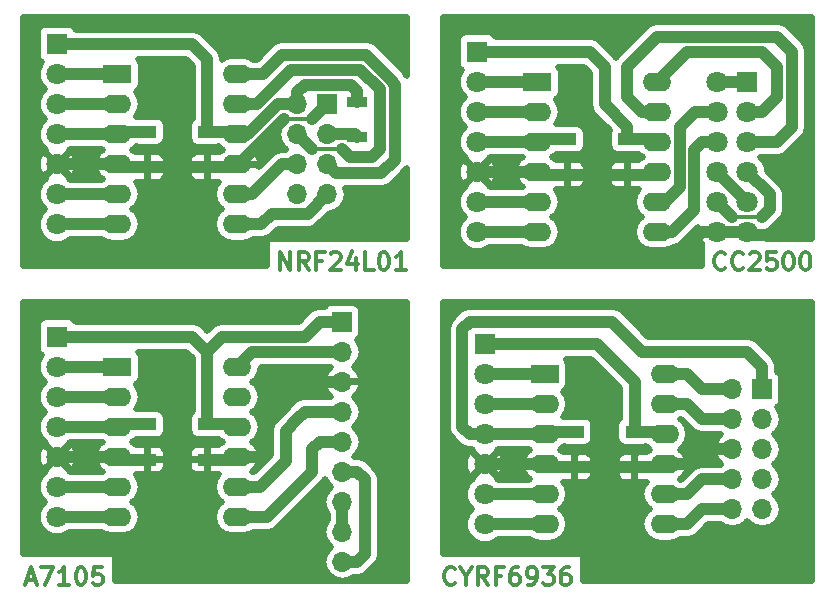
<source format=gbr>
G04 #@! TF.FileFunction,Copper,L1,Top,Signal*
%FSLAX46Y46*%
G04 Gerber Fmt 4.6, Leading zero omitted, Abs format (unit mm)*
G04 Created by KiCad (PCBNEW 4.0.7) date 09/07/18 14:24:09*
%MOMM*%
%LPD*%
G01*
G04 APERTURE LIST*
%ADD10C,0.100000*%
%ADD11C,0.300000*%
%ADD12C,1.800000*%
%ADD13R,1.800000X1.800000*%
%ADD14R,1.600000X1.000000*%
%ADD15R,2.400000X1.600000*%
%ADD16O,2.400000X1.600000*%
%ADD17R,1.700000X1.700000*%
%ADD18O,1.700000X1.700000*%
%ADD19R,1.700000X0.900000*%
%ADD20C,1.000000*%
%ADD21C,0.500000*%
G04 APERTURE END LIST*
D10*
D11*
X145431430Y-112295714D02*
X145360001Y-112367143D01*
X145145715Y-112438571D01*
X145002858Y-112438571D01*
X144788573Y-112367143D01*
X144645715Y-112224286D01*
X144574287Y-112081429D01*
X144502858Y-111795714D01*
X144502858Y-111581429D01*
X144574287Y-111295714D01*
X144645715Y-111152857D01*
X144788573Y-111010000D01*
X145002858Y-110938571D01*
X145145715Y-110938571D01*
X145360001Y-111010000D01*
X145431430Y-111081429D01*
X146360001Y-111724286D02*
X146360001Y-112438571D01*
X145860001Y-110938571D02*
X146360001Y-111724286D01*
X146860001Y-110938571D01*
X148217144Y-112438571D02*
X147717144Y-111724286D01*
X147360001Y-112438571D02*
X147360001Y-110938571D01*
X147931429Y-110938571D01*
X148074287Y-111010000D01*
X148145715Y-111081429D01*
X148217144Y-111224286D01*
X148217144Y-111438571D01*
X148145715Y-111581429D01*
X148074287Y-111652857D01*
X147931429Y-111724286D01*
X147360001Y-111724286D01*
X149360001Y-111652857D02*
X148860001Y-111652857D01*
X148860001Y-112438571D02*
X148860001Y-110938571D01*
X149574287Y-110938571D01*
X150788572Y-110938571D02*
X150502858Y-110938571D01*
X150360001Y-111010000D01*
X150288572Y-111081429D01*
X150145715Y-111295714D01*
X150074286Y-111581429D01*
X150074286Y-112152857D01*
X150145715Y-112295714D01*
X150217143Y-112367143D01*
X150360001Y-112438571D01*
X150645715Y-112438571D01*
X150788572Y-112367143D01*
X150860001Y-112295714D01*
X150931429Y-112152857D01*
X150931429Y-111795714D01*
X150860001Y-111652857D01*
X150788572Y-111581429D01*
X150645715Y-111510000D01*
X150360001Y-111510000D01*
X150217143Y-111581429D01*
X150145715Y-111652857D01*
X150074286Y-111795714D01*
X151645714Y-112438571D02*
X151931429Y-112438571D01*
X152074286Y-112367143D01*
X152145714Y-112295714D01*
X152288572Y-112081429D01*
X152360000Y-111795714D01*
X152360000Y-111224286D01*
X152288572Y-111081429D01*
X152217143Y-111010000D01*
X152074286Y-110938571D01*
X151788572Y-110938571D01*
X151645714Y-111010000D01*
X151574286Y-111081429D01*
X151502857Y-111224286D01*
X151502857Y-111581429D01*
X151574286Y-111724286D01*
X151645714Y-111795714D01*
X151788572Y-111867143D01*
X152074286Y-111867143D01*
X152217143Y-111795714D01*
X152288572Y-111724286D01*
X152360000Y-111581429D01*
X152860000Y-110938571D02*
X153788571Y-110938571D01*
X153288571Y-111510000D01*
X153502857Y-111510000D01*
X153645714Y-111581429D01*
X153717143Y-111652857D01*
X153788571Y-111795714D01*
X153788571Y-112152857D01*
X153717143Y-112295714D01*
X153645714Y-112367143D01*
X153502857Y-112438571D01*
X153074285Y-112438571D01*
X152931428Y-112367143D01*
X152860000Y-112295714D01*
X155074285Y-110938571D02*
X154788571Y-110938571D01*
X154645714Y-111010000D01*
X154574285Y-111081429D01*
X154431428Y-111295714D01*
X154359999Y-111581429D01*
X154359999Y-112152857D01*
X154431428Y-112295714D01*
X154502856Y-112367143D01*
X154645714Y-112438571D01*
X154931428Y-112438571D01*
X155074285Y-112367143D01*
X155145714Y-112295714D01*
X155217142Y-112152857D01*
X155217142Y-111795714D01*
X155145714Y-111652857D01*
X155074285Y-111581429D01*
X154931428Y-111510000D01*
X154645714Y-111510000D01*
X154502856Y-111581429D01*
X154431428Y-111652857D01*
X154359999Y-111795714D01*
X109180715Y-112010000D02*
X109895001Y-112010000D01*
X109037858Y-112438571D02*
X109537858Y-110938571D01*
X110037858Y-112438571D01*
X110395001Y-110938571D02*
X111395001Y-110938571D01*
X110752144Y-112438571D01*
X112752143Y-112438571D02*
X111895000Y-112438571D01*
X112323572Y-112438571D02*
X112323572Y-110938571D01*
X112180715Y-111152857D01*
X112037857Y-111295714D01*
X111895000Y-111367143D01*
X113680714Y-110938571D02*
X113823571Y-110938571D01*
X113966428Y-111010000D01*
X114037857Y-111081429D01*
X114109286Y-111224286D01*
X114180714Y-111510000D01*
X114180714Y-111867143D01*
X114109286Y-112152857D01*
X114037857Y-112295714D01*
X113966428Y-112367143D01*
X113823571Y-112438571D01*
X113680714Y-112438571D01*
X113537857Y-112367143D01*
X113466428Y-112295714D01*
X113395000Y-112152857D01*
X113323571Y-111867143D01*
X113323571Y-111510000D01*
X113395000Y-111224286D01*
X113466428Y-111081429D01*
X113537857Y-111010000D01*
X113680714Y-110938571D01*
X115537857Y-110938571D02*
X114823571Y-110938571D01*
X114752142Y-111652857D01*
X114823571Y-111581429D01*
X114966428Y-111510000D01*
X115323571Y-111510000D01*
X115466428Y-111581429D01*
X115537857Y-111652857D01*
X115609285Y-111795714D01*
X115609285Y-112152857D01*
X115537857Y-112295714D01*
X115466428Y-112367143D01*
X115323571Y-112438571D01*
X114966428Y-112438571D01*
X114823571Y-112367143D01*
X114752142Y-112295714D01*
X168307144Y-85625714D02*
X168235715Y-85697143D01*
X168021429Y-85768571D01*
X167878572Y-85768571D01*
X167664287Y-85697143D01*
X167521429Y-85554286D01*
X167450001Y-85411429D01*
X167378572Y-85125714D01*
X167378572Y-84911429D01*
X167450001Y-84625714D01*
X167521429Y-84482857D01*
X167664287Y-84340000D01*
X167878572Y-84268571D01*
X168021429Y-84268571D01*
X168235715Y-84340000D01*
X168307144Y-84411429D01*
X169807144Y-85625714D02*
X169735715Y-85697143D01*
X169521429Y-85768571D01*
X169378572Y-85768571D01*
X169164287Y-85697143D01*
X169021429Y-85554286D01*
X168950001Y-85411429D01*
X168878572Y-85125714D01*
X168878572Y-84911429D01*
X168950001Y-84625714D01*
X169021429Y-84482857D01*
X169164287Y-84340000D01*
X169378572Y-84268571D01*
X169521429Y-84268571D01*
X169735715Y-84340000D01*
X169807144Y-84411429D01*
X170378572Y-84411429D02*
X170450001Y-84340000D01*
X170592858Y-84268571D01*
X170950001Y-84268571D01*
X171092858Y-84340000D01*
X171164287Y-84411429D01*
X171235715Y-84554286D01*
X171235715Y-84697143D01*
X171164287Y-84911429D01*
X170307144Y-85768571D01*
X171235715Y-85768571D01*
X172592858Y-84268571D02*
X171878572Y-84268571D01*
X171807143Y-84982857D01*
X171878572Y-84911429D01*
X172021429Y-84840000D01*
X172378572Y-84840000D01*
X172521429Y-84911429D01*
X172592858Y-84982857D01*
X172664286Y-85125714D01*
X172664286Y-85482857D01*
X172592858Y-85625714D01*
X172521429Y-85697143D01*
X172378572Y-85768571D01*
X172021429Y-85768571D01*
X171878572Y-85697143D01*
X171807143Y-85625714D01*
X173592857Y-84268571D02*
X173735714Y-84268571D01*
X173878571Y-84340000D01*
X173950000Y-84411429D01*
X174021429Y-84554286D01*
X174092857Y-84840000D01*
X174092857Y-85197143D01*
X174021429Y-85482857D01*
X173950000Y-85625714D01*
X173878571Y-85697143D01*
X173735714Y-85768571D01*
X173592857Y-85768571D01*
X173450000Y-85697143D01*
X173378571Y-85625714D01*
X173307143Y-85482857D01*
X173235714Y-85197143D01*
X173235714Y-84840000D01*
X173307143Y-84554286D01*
X173378571Y-84411429D01*
X173450000Y-84340000D01*
X173592857Y-84268571D01*
X175021428Y-84268571D02*
X175164285Y-84268571D01*
X175307142Y-84340000D01*
X175378571Y-84411429D01*
X175450000Y-84554286D01*
X175521428Y-84840000D01*
X175521428Y-85197143D01*
X175450000Y-85482857D01*
X175378571Y-85625714D01*
X175307142Y-85697143D01*
X175164285Y-85768571D01*
X175021428Y-85768571D01*
X174878571Y-85697143D01*
X174807142Y-85625714D01*
X174735714Y-85482857D01*
X174664285Y-85197143D01*
X174664285Y-84840000D01*
X174735714Y-84554286D01*
X174807142Y-84411429D01*
X174878571Y-84340000D01*
X175021428Y-84268571D01*
X130604287Y-85768571D02*
X130604287Y-84268571D01*
X131461430Y-85768571D01*
X131461430Y-84268571D01*
X133032859Y-85768571D02*
X132532859Y-85054286D01*
X132175716Y-85768571D02*
X132175716Y-84268571D01*
X132747144Y-84268571D01*
X132890002Y-84340000D01*
X132961430Y-84411429D01*
X133032859Y-84554286D01*
X133032859Y-84768571D01*
X132961430Y-84911429D01*
X132890002Y-84982857D01*
X132747144Y-85054286D01*
X132175716Y-85054286D01*
X134175716Y-84982857D02*
X133675716Y-84982857D01*
X133675716Y-85768571D02*
X133675716Y-84268571D01*
X134390002Y-84268571D01*
X134890001Y-84411429D02*
X134961430Y-84340000D01*
X135104287Y-84268571D01*
X135461430Y-84268571D01*
X135604287Y-84340000D01*
X135675716Y-84411429D01*
X135747144Y-84554286D01*
X135747144Y-84697143D01*
X135675716Y-84911429D01*
X134818573Y-85768571D01*
X135747144Y-85768571D01*
X137032858Y-84768571D02*
X137032858Y-85768571D01*
X136675715Y-84197143D02*
X136318572Y-85268571D01*
X137247144Y-85268571D01*
X138532858Y-85768571D02*
X137818572Y-85768571D01*
X137818572Y-84268571D01*
X139318572Y-84268571D02*
X139461429Y-84268571D01*
X139604286Y-84340000D01*
X139675715Y-84411429D01*
X139747144Y-84554286D01*
X139818572Y-84840000D01*
X139818572Y-85197143D01*
X139747144Y-85482857D01*
X139675715Y-85625714D01*
X139604286Y-85697143D01*
X139461429Y-85768571D01*
X139318572Y-85768571D01*
X139175715Y-85697143D01*
X139104286Y-85625714D01*
X139032858Y-85482857D01*
X138961429Y-85197143D01*
X138961429Y-84840000D01*
X139032858Y-84554286D01*
X139104286Y-84411429D01*
X139175715Y-84340000D01*
X139318572Y-84268571D01*
X141247143Y-85768571D02*
X140390000Y-85768571D01*
X140818572Y-85768571D02*
X140818572Y-84268571D01*
X140675715Y-84482857D01*
X140532857Y-84625714D01*
X140390000Y-84697143D01*
D12*
X147955000Y-107315000D03*
X147955000Y-104775000D03*
D13*
X147955000Y-92075000D03*
D12*
X147955000Y-94615000D03*
X147955000Y-97155000D03*
X147955000Y-99695000D03*
X147955000Y-102235000D03*
X167640000Y-82550000D03*
X170180000Y-82550000D03*
D13*
X170180000Y-69850000D03*
D12*
X167640000Y-69850000D03*
X170180000Y-72390000D03*
X167640000Y-72390000D03*
X170180000Y-74930000D03*
X167640000Y-74930000D03*
X170180000Y-77470000D03*
X167640000Y-77470000D03*
X170180000Y-80010000D03*
X167640000Y-80010000D03*
X111760000Y-106680000D03*
X111760000Y-104140000D03*
D13*
X111760000Y-91440000D03*
D12*
X111760000Y-93980000D03*
X111760000Y-96520000D03*
X111760000Y-99060000D03*
X111760000Y-101600000D03*
X147320000Y-82550000D03*
X147320000Y-80010000D03*
D13*
X147320000Y-67310000D03*
D12*
X147320000Y-69850000D03*
X147320000Y-72390000D03*
X147320000Y-74930000D03*
X147320000Y-77470000D03*
X111760000Y-81915000D03*
X111760000Y-79375000D03*
D13*
X111760000Y-66675000D03*
D12*
X111760000Y-69215000D03*
X111760000Y-71755000D03*
X111760000Y-74295000D03*
X111760000Y-76835000D03*
D14*
X119380000Y-74065000D03*
X119380000Y-77065000D03*
X124460000Y-74065000D03*
X124460000Y-77065000D03*
X154940000Y-74700000D03*
X154940000Y-77700000D03*
X160020000Y-74700000D03*
X160020000Y-77700000D03*
D15*
X116840000Y-69215000D03*
D16*
X116840000Y-71755000D03*
X116840000Y-74295000D03*
X116840000Y-76835000D03*
X116840000Y-79375000D03*
X116840000Y-81915000D03*
X127000000Y-81915000D03*
X127000000Y-79375000D03*
X127000000Y-76835000D03*
X127000000Y-74295000D03*
X127000000Y-71755000D03*
X127000000Y-69215000D03*
D15*
X152400000Y-69850000D03*
D16*
X152400000Y-72390000D03*
X152400000Y-74930000D03*
X152400000Y-77470000D03*
X152400000Y-80010000D03*
X152400000Y-82550000D03*
X162560000Y-82550000D03*
X162560000Y-80010000D03*
X162560000Y-77470000D03*
X162560000Y-74930000D03*
X162560000Y-72390000D03*
X162560000Y-69850000D03*
D17*
X134620000Y-71755000D03*
D18*
X132080000Y-71755000D03*
X134620000Y-74295000D03*
X132080000Y-74295000D03*
X134620000Y-76835000D03*
X132080000Y-76835000D03*
X134620000Y-79375000D03*
X132080000Y-79375000D03*
D19*
X137160000Y-74475000D03*
X137160000Y-71575000D03*
D14*
X119380000Y-98830000D03*
X119380000Y-101830000D03*
X124460000Y-98830000D03*
X124460000Y-101830000D03*
D15*
X116840000Y-93980000D03*
D16*
X116840000Y-96520000D03*
X116840000Y-99060000D03*
X116840000Y-101600000D03*
X116840000Y-104140000D03*
X116840000Y-106680000D03*
X127000000Y-106680000D03*
X127000000Y-104140000D03*
X127000000Y-101600000D03*
X127000000Y-99060000D03*
X127000000Y-96520000D03*
X127000000Y-93980000D03*
D17*
X135890000Y-90170000D03*
D18*
X135890000Y-92710000D03*
X135890000Y-95250000D03*
X135890000Y-97790000D03*
X135890000Y-100330000D03*
X135890000Y-102870000D03*
X135890000Y-105410000D03*
X135890000Y-107950000D03*
X135890000Y-110490000D03*
D14*
X155575000Y-99465000D03*
X155575000Y-102465000D03*
X160655000Y-99465000D03*
X160655000Y-102465000D03*
D15*
X153035000Y-94615000D03*
D16*
X153035000Y-97155000D03*
X153035000Y-99695000D03*
X153035000Y-102235000D03*
X153035000Y-104775000D03*
X153035000Y-107315000D03*
X163195000Y-107315000D03*
X163195000Y-104775000D03*
X163195000Y-102235000D03*
X163195000Y-99695000D03*
X163195000Y-97155000D03*
X163195000Y-94615000D03*
D17*
X171450000Y-95885000D03*
D18*
X168910000Y-95885000D03*
X171450000Y-98425000D03*
X168910000Y-98425000D03*
X171450000Y-100965000D03*
X168910000Y-100965000D03*
X171450000Y-103505000D03*
X168910000Y-103505000D03*
X171450000Y-106045000D03*
X168910000Y-106045000D03*
D20*
X154940000Y-74700000D02*
X152630000Y-74700000D01*
X152630000Y-74700000D02*
X152400000Y-74930000D01*
X152400000Y-74930000D02*
X147320000Y-74930000D01*
X170180000Y-82550000D02*
X170434000Y-82804000D01*
X170434000Y-82804000D02*
X172466000Y-82804000D01*
X167640000Y-82550000D02*
X166370000Y-82550000D01*
X166370000Y-82550000D02*
X165100000Y-83820000D01*
X154940000Y-77700000D02*
X152630000Y-77700000D01*
X152630000Y-77700000D02*
X152400000Y-77470000D01*
X154940000Y-77700000D02*
X160020000Y-77700000D01*
X160020000Y-77700000D02*
X162330000Y-77700000D01*
X162330000Y-77700000D02*
X162560000Y-77470000D01*
X170180000Y-82550000D02*
X167640000Y-82550000D01*
X152400000Y-77470000D02*
X147320000Y-77470000D01*
X160020000Y-74700000D02*
X160020000Y-73660000D01*
X160020000Y-73660000D02*
X158115000Y-71755000D01*
X158115000Y-71755000D02*
X158115000Y-68580000D01*
X158115000Y-68580000D02*
X156845000Y-67310000D01*
X156845000Y-67310000D02*
X147320000Y-67310000D01*
X160020000Y-74700000D02*
X162330000Y-74700000D01*
X162330000Y-74700000D02*
X162560000Y-74930000D01*
X127000000Y-81915000D02*
X129032000Y-81915000D01*
X132969000Y-81026000D02*
X134620000Y-79375000D01*
X129921000Y-81026000D02*
X132969000Y-81026000D01*
X129032000Y-81915000D02*
X129921000Y-81026000D01*
X127000000Y-79375000D02*
X128270000Y-79375000D01*
X130810000Y-76835000D02*
X132080000Y-76835000D01*
X128270000Y-79375000D02*
X130810000Y-76835000D01*
X135890000Y-75565000D02*
X136525000Y-76200000D01*
X139065000Y-75565000D02*
X139065000Y-74930000D01*
X138430000Y-76200000D02*
X139065000Y-75565000D01*
X136525000Y-76200000D02*
X138430000Y-76200000D01*
X137414000Y-68834000D02*
X139065000Y-70485000D01*
X131572000Y-68834000D02*
X137414000Y-68834000D01*
X128651000Y-71755000D02*
X131572000Y-68834000D01*
X127000000Y-71755000D02*
X128651000Y-71755000D01*
X133350000Y-75565000D02*
X132080000Y-74295000D01*
D11*
X135890000Y-75565000D02*
X133350000Y-75565000D01*
D20*
X139065000Y-70485000D02*
X139065000Y-74930000D01*
X137922000Y-67564000D02*
X140208000Y-69850000D01*
X129159000Y-69215000D02*
X130810000Y-67564000D01*
X130810000Y-67564000D02*
X137922000Y-67564000D01*
X127000000Y-69215000D02*
X129159000Y-69215000D01*
X135382000Y-77597000D02*
X134620000Y-76835000D01*
X139192000Y-77597000D02*
X135382000Y-77597000D01*
X140335000Y-76454000D02*
X139192000Y-77597000D01*
X140335000Y-70104000D02*
X140335000Y-76454000D01*
X140208000Y-69977000D02*
X140335000Y-70104000D01*
X140208000Y-69850000D02*
X140208000Y-69977000D01*
X162560000Y-82550000D02*
X163830000Y-82550000D01*
X163830000Y-82550000D02*
X165665002Y-80714998D01*
X165665002Y-80714998D02*
X165665002Y-75634998D01*
X165665002Y-75634998D02*
X166370000Y-74930000D01*
X166370000Y-74930000D02*
X167640000Y-74930000D01*
X162560000Y-80010000D02*
X163195000Y-80010000D01*
X163195000Y-80010000D02*
X164465000Y-78740000D01*
X164465000Y-78740000D02*
X164465000Y-73660000D01*
X164465000Y-73660000D02*
X165735000Y-72390000D01*
X165735000Y-72390000D02*
X167640000Y-72390000D01*
X162560000Y-72390000D02*
X161290000Y-72390000D01*
X161290000Y-72390000D02*
X160020000Y-71120000D01*
X160020000Y-71120000D02*
X160020000Y-68580000D01*
X160020000Y-68580000D02*
X162560000Y-66040000D01*
X162560000Y-66040000D02*
X172720000Y-66040000D01*
X172720000Y-66040000D02*
X173990000Y-67310000D01*
X173990000Y-67310000D02*
X173990000Y-73660000D01*
X173990000Y-73660000D02*
X172720000Y-74930000D01*
X172720000Y-74930000D02*
X170180000Y-74930000D01*
X162560000Y-69850000D02*
X165100000Y-67310000D01*
X165100000Y-67310000D02*
X171450000Y-67310000D01*
X171450000Y-67310000D02*
X172720000Y-68580000D01*
X172720000Y-68580000D02*
X172720000Y-71120000D01*
X172720000Y-71120000D02*
X171450000Y-72390000D01*
X171450000Y-72390000D02*
X170180000Y-72390000D01*
X170180000Y-69850000D02*
X167640000Y-69850000D01*
X170180000Y-77470000D02*
X172085000Y-79375000D01*
X172085000Y-79375000D02*
X172085000Y-80645000D01*
X172085000Y-80645000D02*
X171450000Y-81280000D01*
D11*
X171450000Y-81280000D02*
X168910000Y-81280000D01*
D20*
X168910000Y-81280000D02*
X167640000Y-80010000D01*
X167640000Y-77470000D02*
X170180000Y-80010000D01*
X116840000Y-79375000D02*
X111760000Y-79375000D01*
X116840000Y-69215000D02*
X111760000Y-69215000D01*
X116840000Y-71755000D02*
X111760000Y-71755000D01*
X152400000Y-80010000D02*
X147320000Y-80010000D01*
X152400000Y-69850000D02*
X147320000Y-69850000D01*
X152400000Y-72390000D02*
X147320000Y-72390000D01*
X116840000Y-81915000D02*
X111760000Y-81915000D01*
X152400000Y-82550000D02*
X147320000Y-82550000D01*
X119380000Y-74065000D02*
X117070000Y-74065000D01*
X117070000Y-74065000D02*
X116840000Y-74295000D01*
X116840000Y-74295000D02*
X111760000Y-74295000D01*
X137160000Y-71575000D02*
X137160000Y-70612000D01*
X132080000Y-70739000D02*
X132715000Y-70104000D01*
X132715000Y-70104000D02*
X136652000Y-70104000D01*
X136652000Y-70104000D02*
X137160000Y-70612000D01*
X132080000Y-70739000D02*
X132080000Y-71755000D01*
X127000000Y-74295000D02*
X127889000Y-74295000D01*
X127889000Y-74295000D02*
X130429000Y-71755000D01*
X130429000Y-71755000D02*
X132080000Y-71755000D01*
X124460000Y-74065000D02*
X124460000Y-67945000D01*
X124460000Y-67945000D02*
X123190000Y-66675000D01*
X123190000Y-66675000D02*
X111760000Y-66675000D01*
X124460000Y-74065000D02*
X126770000Y-74065000D01*
X126770000Y-74065000D02*
X127000000Y-74295000D01*
X127000000Y-76835000D02*
X127127000Y-76835000D01*
X127127000Y-76835000D02*
X130937000Y-73025000D01*
X133350000Y-73025000D02*
X134620000Y-71755000D01*
D11*
X130937000Y-73025000D02*
X133350000Y-73025000D01*
D20*
X119380000Y-77065000D02*
X117070000Y-77065000D01*
X117070000Y-77065000D02*
X116840000Y-76835000D01*
X124460000Y-77065000D02*
X119380000Y-77065000D01*
X124460000Y-77065000D02*
X126770000Y-77065000D01*
X126770000Y-77065000D02*
X127000000Y-76835000D01*
X116840000Y-76835000D02*
X111760000Y-76835000D01*
X134620000Y-74295000D02*
X136980000Y-74295000D01*
X136980000Y-74295000D02*
X137160000Y-74475000D01*
X134800000Y-74475000D02*
X134620000Y-74295000D01*
X119380000Y-98830000D02*
X117070000Y-98830000D01*
X117070000Y-98830000D02*
X116840000Y-99060000D01*
X116840000Y-99060000D02*
X111760000Y-99060000D01*
X129540000Y-100965000D02*
X129540000Y-96520000D01*
X130810000Y-95250000D02*
X132080000Y-95250000D01*
X129540000Y-96520000D02*
X130810000Y-95250000D01*
X127000000Y-101600000D02*
X128905000Y-101600000D01*
X132080000Y-95250000D02*
X135890000Y-95250000D01*
X128905000Y-101600000D02*
X129540000Y-100965000D01*
X124460000Y-101830000D02*
X126770000Y-101830000D01*
X126770000Y-101830000D02*
X127000000Y-101600000D01*
X119380000Y-101830000D02*
X117070000Y-101830000D01*
X117070000Y-101830000D02*
X116840000Y-101600000D01*
X116840000Y-101600000D02*
X111760000Y-101600000D01*
X130810000Y-91440000D02*
X132715000Y-91440000D01*
X132715000Y-91440000D02*
X133985000Y-90170000D01*
X130810000Y-91440000D02*
X125730000Y-91440000D01*
X124460000Y-92710000D02*
X125730000Y-91440000D01*
X133985000Y-90170000D02*
X135890000Y-90170000D01*
X121285000Y-91440000D02*
X123190000Y-91440000D01*
X124460000Y-92710000D02*
X124460000Y-94615000D01*
X123190000Y-91440000D02*
X124460000Y-92710000D01*
X124460000Y-98830000D02*
X124460000Y-94615000D01*
X121285000Y-91440000D02*
X111760000Y-91440000D01*
X124460000Y-98830000D02*
X126770000Y-98830000D01*
X126770000Y-98830000D02*
X127000000Y-99060000D01*
X116840000Y-104140000D02*
X111760000Y-104140000D01*
X116840000Y-93980000D02*
X111760000Y-93980000D01*
X116840000Y-96520000D02*
X111760000Y-96520000D01*
X116840000Y-106680000D02*
X111760000Y-106680000D01*
X129540000Y-106680000D02*
X133350000Y-102870000D01*
X127000000Y-106680000D02*
X129540000Y-106680000D01*
X133985000Y-100330000D02*
X135890000Y-100330000D01*
X133350000Y-100965000D02*
X133985000Y-100330000D01*
X133350000Y-102870000D02*
X133350000Y-100965000D01*
X131127500Y-101917500D02*
X131127500Y-99377500D01*
X131127500Y-99377500D02*
X132080000Y-98425000D01*
X127000000Y-104140000D02*
X128905000Y-104140000D01*
X132715000Y-97790000D02*
X135890000Y-97790000D01*
X132080000Y-98425000D02*
X132715000Y-97790000D01*
X128905000Y-104140000D02*
X131127500Y-101917500D01*
X131445000Y-92710000D02*
X128270000Y-92710000D01*
X128270000Y-92710000D02*
X127000000Y-93980000D01*
X131445000Y-92710000D02*
X135890000Y-92710000D01*
X135890000Y-102870000D02*
X137160000Y-102870000D01*
X137160000Y-110490000D02*
X135890000Y-110490000D01*
X137795000Y-109855000D02*
X137160000Y-110490000D01*
X137795000Y-103505000D02*
X137795000Y-109855000D01*
X137160000Y-102870000D02*
X137795000Y-103505000D01*
X135890000Y-105410000D02*
X135890000Y-107950000D01*
X158750000Y-90170000D02*
X146685000Y-90170000D01*
X146685000Y-99695000D02*
X146050000Y-99060000D01*
X158750000Y-90170000D02*
X161290000Y-92710000D01*
X161290000Y-92710000D02*
X170180000Y-92710000D01*
X170180000Y-92710000D02*
X171450000Y-93980000D01*
X171450000Y-95885000D02*
X171450000Y-93980000D01*
X146685000Y-99695000D02*
X147955000Y-99695000D01*
X146050000Y-90805000D02*
X146050000Y-99060000D01*
X146685000Y-90170000D02*
X146050000Y-90805000D01*
X155575000Y-99465000D02*
X153265000Y-99465000D01*
X153265000Y-99465000D02*
X153035000Y-99695000D01*
X153035000Y-99695000D02*
X147955000Y-99695000D01*
X163195000Y-102235000D02*
X165100000Y-102235000D01*
X166370000Y-100965000D02*
X168910000Y-100965000D01*
X165100000Y-102235000D02*
X166370000Y-100965000D01*
X160655000Y-102465000D02*
X162965000Y-102465000D01*
X162965000Y-102465000D02*
X163195000Y-102235000D01*
X160655000Y-102465000D02*
X155575000Y-102465000D01*
X155575000Y-102465000D02*
X153265000Y-102465000D01*
X153265000Y-102465000D02*
X153035000Y-102235000D01*
X153035000Y-102235000D02*
X147955000Y-102235000D01*
X160655000Y-95250000D02*
X157480000Y-92075000D01*
X157480000Y-92075000D02*
X154940000Y-92075000D01*
X147955000Y-92075000D02*
X154940000Y-92075000D01*
X160655000Y-95250000D02*
X160655000Y-99465000D01*
X160655000Y-99465000D02*
X162965000Y-99465000D01*
X162965000Y-99465000D02*
X163195000Y-99695000D01*
X153035000Y-104775000D02*
X147955000Y-104775000D01*
X153035000Y-94615000D02*
X147955000Y-94615000D01*
X153035000Y-97155000D02*
X147955000Y-97155000D01*
X153035000Y-107315000D02*
X147955000Y-107315000D01*
X163195000Y-94615000D02*
X165100000Y-94615000D01*
X166370000Y-95885000D02*
X168910000Y-95885000D01*
X165100000Y-94615000D02*
X166370000Y-95885000D01*
X163195000Y-97155000D02*
X165100000Y-97155000D01*
X166370000Y-98425000D02*
X168910000Y-98425000D01*
X165100000Y-97155000D02*
X166370000Y-98425000D01*
X163195000Y-104775000D02*
X165100000Y-104775000D01*
X166370000Y-103505000D02*
X168910000Y-103505000D01*
X165100000Y-104775000D02*
X166370000Y-103505000D01*
X163195000Y-107315000D02*
X165100000Y-107315000D01*
X166370000Y-106045000D02*
X168910000Y-106045000D01*
X165100000Y-107315000D02*
X166370000Y-106045000D01*
D21*
G36*
X175645000Y-83140000D02*
X171722108Y-83140000D01*
X171826792Y-82893939D01*
X171830989Y-82454216D01*
X171928354Y-82434849D01*
X172333883Y-82163883D01*
X172968884Y-81528883D01*
X173239849Y-81123354D01*
X173335000Y-80645000D01*
X173335000Y-79375000D01*
X173239849Y-78896646D01*
X173199206Y-78835819D01*
X172968884Y-78491117D01*
X171830103Y-77352336D01*
X171830285Y-77143235D01*
X171579617Y-76536571D01*
X171243453Y-76199820D01*
X171263307Y-76180000D01*
X172720000Y-76180000D01*
X173198354Y-76084849D01*
X173603883Y-75813883D01*
X174873883Y-74543884D01*
X175144849Y-74138354D01*
X175164470Y-74039713D01*
X175240000Y-73660000D01*
X175240000Y-67310000D01*
X175144849Y-66831646D01*
X174935514Y-66518354D01*
X174873883Y-66426116D01*
X173603883Y-65156117D01*
X173198354Y-64885151D01*
X172720000Y-64790000D01*
X162560000Y-64790000D01*
X162161010Y-64869365D01*
X162081645Y-64885151D01*
X161676116Y-65156117D01*
X159136118Y-67696116D01*
X159136117Y-67696117D01*
X159067500Y-67798810D01*
X159060514Y-67788354D01*
X158998883Y-67696116D01*
X157728883Y-66426117D01*
X157323354Y-66155151D01*
X156845000Y-66060000D01*
X148886022Y-66060000D01*
X148768138Y-65876802D01*
X148517508Y-65705554D01*
X148220000Y-65645307D01*
X146420000Y-65645307D01*
X146142067Y-65697604D01*
X145886802Y-65861862D01*
X145715554Y-66112492D01*
X145655307Y-66410000D01*
X145655307Y-68210000D01*
X145707604Y-68487933D01*
X145871862Y-68743198D01*
X146003288Y-68832998D01*
X145922014Y-68914130D01*
X145670287Y-69520355D01*
X145669715Y-70176765D01*
X145920383Y-70783429D01*
X146256547Y-71120180D01*
X145922014Y-71454130D01*
X145670287Y-72060355D01*
X145669715Y-72716765D01*
X145920383Y-73323429D01*
X146256547Y-73660180D01*
X145922014Y-73994130D01*
X145670287Y-74600355D01*
X145669715Y-75256765D01*
X145920383Y-75863429D01*
X146325639Y-76269393D01*
X146298946Y-76378235D01*
X147320000Y-77399289D01*
X148341054Y-76378235D01*
X148314242Y-76268910D01*
X148403307Y-76180000D01*
X151096235Y-76180000D01*
X151144214Y-76212058D01*
X150868629Y-76409340D01*
X150548852Y-76923035D01*
X150477702Y-77178268D01*
X150638418Y-77420000D01*
X152350000Y-77420000D01*
X152350000Y-77400000D01*
X152450000Y-77400000D01*
X152450000Y-77420000D01*
X152470000Y-77420000D01*
X152470000Y-77520000D01*
X152450000Y-77520000D01*
X152450000Y-77540000D01*
X152350000Y-77540000D01*
X152350000Y-77520000D01*
X150638418Y-77520000D01*
X150477702Y-77761732D01*
X150548852Y-78016965D01*
X150868629Y-78530660D01*
X151144214Y-78727942D01*
X151096235Y-78760000D01*
X148403598Y-78760000D01*
X148314361Y-78670607D01*
X148341054Y-78561765D01*
X147320000Y-77540711D01*
X146298946Y-78561765D01*
X146325758Y-78671090D01*
X145922014Y-79074130D01*
X145670287Y-79680355D01*
X145669715Y-80336765D01*
X145920383Y-80943429D01*
X146256547Y-81280180D01*
X145922014Y-81614130D01*
X145670287Y-82220355D01*
X145669715Y-82876765D01*
X145920383Y-83483429D01*
X146384130Y-83947986D01*
X146990355Y-84199713D01*
X147646765Y-84200285D01*
X148253429Y-83949617D01*
X148403307Y-83800000D01*
X151096235Y-83800000D01*
X151368638Y-83982013D01*
X151961797Y-84100000D01*
X152838203Y-84100000D01*
X153431362Y-83982013D01*
X153934219Y-83646016D01*
X154270216Y-83143159D01*
X154388203Y-82550000D01*
X154270216Y-81956841D01*
X153934219Y-81453984D01*
X153673833Y-81280000D01*
X153934219Y-81106016D01*
X154270216Y-80603159D01*
X154388203Y-80010000D01*
X154270216Y-79416841D01*
X153945835Y-78931369D01*
X153990815Y-78950000D01*
X154702500Y-78950000D01*
X154890000Y-78762500D01*
X154890000Y-77750000D01*
X154990000Y-77750000D01*
X154990000Y-78762500D01*
X155177500Y-78950000D01*
X155889185Y-78950000D01*
X156164841Y-78835819D01*
X156375819Y-78624841D01*
X156490000Y-78349184D01*
X156490000Y-77937500D01*
X158470000Y-77937500D01*
X158470000Y-78349184D01*
X158584181Y-78624841D01*
X158795159Y-78835819D01*
X159070815Y-78950000D01*
X159782500Y-78950000D01*
X159970000Y-78762500D01*
X159970000Y-77750000D01*
X158657500Y-77750000D01*
X158470000Y-77937500D01*
X156490000Y-77937500D01*
X156302500Y-77750000D01*
X154990000Y-77750000D01*
X154890000Y-77750000D01*
X154870000Y-77750000D01*
X154870000Y-77650000D01*
X154890000Y-77650000D01*
X154890000Y-76637500D01*
X154990000Y-76637500D01*
X154990000Y-77650000D01*
X156302500Y-77650000D01*
X156490000Y-77462500D01*
X156490000Y-77050816D01*
X158470000Y-77050816D01*
X158470000Y-77462500D01*
X158657500Y-77650000D01*
X159970000Y-77650000D01*
X159970000Y-76637500D01*
X159782500Y-76450000D01*
X159070815Y-76450000D01*
X158795159Y-76564181D01*
X158584181Y-76775159D01*
X158470000Y-77050816D01*
X156490000Y-77050816D01*
X156375819Y-76775159D01*
X156164841Y-76564181D01*
X155889185Y-76450000D01*
X155177500Y-76450000D01*
X154990000Y-76637500D01*
X154890000Y-76637500D01*
X154702500Y-76450000D01*
X153990815Y-76450000D01*
X153963679Y-76461240D01*
X153931371Y-76409340D01*
X153655786Y-76212058D01*
X153934219Y-76026016D01*
X153985011Y-75950000D01*
X154067444Y-75950000D01*
X154140000Y-75964693D01*
X155740000Y-75964693D01*
X156017933Y-75912396D01*
X156273198Y-75748138D01*
X156444446Y-75497508D01*
X156504693Y-75200000D01*
X156504693Y-74200000D01*
X156452396Y-73922067D01*
X156288138Y-73666802D01*
X156037508Y-73495554D01*
X155740000Y-73435307D01*
X154140000Y-73435307D01*
X154061914Y-73450000D01*
X153958284Y-73450000D01*
X154270216Y-72983159D01*
X154388203Y-72390000D01*
X154270216Y-71796841D01*
X153949262Y-71316497D01*
X154133198Y-71198138D01*
X154304446Y-70947508D01*
X154364693Y-70650000D01*
X154364693Y-69050000D01*
X154312396Y-68772067D01*
X154175935Y-68560000D01*
X156327234Y-68560000D01*
X156865000Y-69097767D01*
X156865000Y-71755000D01*
X156926312Y-72063235D01*
X156960151Y-72233354D01*
X157231117Y-72638883D01*
X158512046Y-73919813D01*
X158455307Y-74200000D01*
X158455307Y-75200000D01*
X158507604Y-75477933D01*
X158671862Y-75733198D01*
X158922492Y-75904446D01*
X159220000Y-75964693D01*
X160820000Y-75964693D01*
X160898086Y-75950000D01*
X160974989Y-75950000D01*
X161025781Y-76026016D01*
X161304214Y-76212058D01*
X161028629Y-76409340D01*
X160996321Y-76461240D01*
X160969185Y-76450000D01*
X160257500Y-76450000D01*
X160070000Y-76637500D01*
X160070000Y-77650000D01*
X160090000Y-77650000D01*
X160090000Y-77750000D01*
X160070000Y-77750000D01*
X160070000Y-78762500D01*
X160257500Y-78950000D01*
X160969185Y-78950000D01*
X161014165Y-78931369D01*
X160689784Y-79416841D01*
X160571797Y-80010000D01*
X160689784Y-80603159D01*
X161025781Y-81106016D01*
X161286167Y-81280000D01*
X161025781Y-81453984D01*
X160689784Y-81956841D01*
X160571797Y-82550000D01*
X160689784Y-83143159D01*
X161025781Y-83646016D01*
X161528638Y-83982013D01*
X162121797Y-84100000D01*
X162998203Y-84100000D01*
X163591362Y-83982013D01*
X163878077Y-83790437D01*
X164308354Y-83704849D01*
X164713883Y-83433883D01*
X166031344Y-82116423D01*
X165993208Y-82206061D01*
X165986943Y-82862441D01*
X166232341Y-83471255D01*
X166250182Y-83497958D01*
X166342858Y-83520686D01*
X166342858Y-85475000D01*
X144395000Y-85475000D01*
X144395000Y-77782441D01*
X145666943Y-77782441D01*
X145912341Y-78391255D01*
X145930182Y-78417958D01*
X146228235Y-78491054D01*
X147249289Y-77470000D01*
X147390711Y-77470000D01*
X148411765Y-78491054D01*
X148709818Y-78417958D01*
X148966792Y-77813939D01*
X148973057Y-77157559D01*
X148727659Y-76548745D01*
X148709818Y-76522042D01*
X148411765Y-76448946D01*
X147390711Y-77470000D01*
X147249289Y-77470000D01*
X146228235Y-76448946D01*
X145930182Y-76522042D01*
X145673208Y-77126061D01*
X145666943Y-77782441D01*
X144395000Y-77782441D01*
X144395000Y-64385000D01*
X175645000Y-64385000D01*
X175645000Y-83140000D01*
X175645000Y-83140000D01*
G37*
X175645000Y-83140000D02*
X171722108Y-83140000D01*
X171826792Y-82893939D01*
X171830989Y-82454216D01*
X171928354Y-82434849D01*
X172333883Y-82163883D01*
X172968884Y-81528883D01*
X173239849Y-81123354D01*
X173335000Y-80645000D01*
X173335000Y-79375000D01*
X173239849Y-78896646D01*
X173199206Y-78835819D01*
X172968884Y-78491117D01*
X171830103Y-77352336D01*
X171830285Y-77143235D01*
X171579617Y-76536571D01*
X171243453Y-76199820D01*
X171263307Y-76180000D01*
X172720000Y-76180000D01*
X173198354Y-76084849D01*
X173603883Y-75813883D01*
X174873883Y-74543884D01*
X175144849Y-74138354D01*
X175164470Y-74039713D01*
X175240000Y-73660000D01*
X175240000Y-67310000D01*
X175144849Y-66831646D01*
X174935514Y-66518354D01*
X174873883Y-66426116D01*
X173603883Y-65156117D01*
X173198354Y-64885151D01*
X172720000Y-64790000D01*
X162560000Y-64790000D01*
X162161010Y-64869365D01*
X162081645Y-64885151D01*
X161676116Y-65156117D01*
X159136118Y-67696116D01*
X159136117Y-67696117D01*
X159067500Y-67798810D01*
X159060514Y-67788354D01*
X158998883Y-67696116D01*
X157728883Y-66426117D01*
X157323354Y-66155151D01*
X156845000Y-66060000D01*
X148886022Y-66060000D01*
X148768138Y-65876802D01*
X148517508Y-65705554D01*
X148220000Y-65645307D01*
X146420000Y-65645307D01*
X146142067Y-65697604D01*
X145886802Y-65861862D01*
X145715554Y-66112492D01*
X145655307Y-66410000D01*
X145655307Y-68210000D01*
X145707604Y-68487933D01*
X145871862Y-68743198D01*
X146003288Y-68832998D01*
X145922014Y-68914130D01*
X145670287Y-69520355D01*
X145669715Y-70176765D01*
X145920383Y-70783429D01*
X146256547Y-71120180D01*
X145922014Y-71454130D01*
X145670287Y-72060355D01*
X145669715Y-72716765D01*
X145920383Y-73323429D01*
X146256547Y-73660180D01*
X145922014Y-73994130D01*
X145670287Y-74600355D01*
X145669715Y-75256765D01*
X145920383Y-75863429D01*
X146325639Y-76269393D01*
X146298946Y-76378235D01*
X147320000Y-77399289D01*
X148341054Y-76378235D01*
X148314242Y-76268910D01*
X148403307Y-76180000D01*
X151096235Y-76180000D01*
X151144214Y-76212058D01*
X150868629Y-76409340D01*
X150548852Y-76923035D01*
X150477702Y-77178268D01*
X150638418Y-77420000D01*
X152350000Y-77420000D01*
X152350000Y-77400000D01*
X152450000Y-77400000D01*
X152450000Y-77420000D01*
X152470000Y-77420000D01*
X152470000Y-77520000D01*
X152450000Y-77520000D01*
X152450000Y-77540000D01*
X152350000Y-77540000D01*
X152350000Y-77520000D01*
X150638418Y-77520000D01*
X150477702Y-77761732D01*
X150548852Y-78016965D01*
X150868629Y-78530660D01*
X151144214Y-78727942D01*
X151096235Y-78760000D01*
X148403598Y-78760000D01*
X148314361Y-78670607D01*
X148341054Y-78561765D01*
X147320000Y-77540711D01*
X146298946Y-78561765D01*
X146325758Y-78671090D01*
X145922014Y-79074130D01*
X145670287Y-79680355D01*
X145669715Y-80336765D01*
X145920383Y-80943429D01*
X146256547Y-81280180D01*
X145922014Y-81614130D01*
X145670287Y-82220355D01*
X145669715Y-82876765D01*
X145920383Y-83483429D01*
X146384130Y-83947986D01*
X146990355Y-84199713D01*
X147646765Y-84200285D01*
X148253429Y-83949617D01*
X148403307Y-83800000D01*
X151096235Y-83800000D01*
X151368638Y-83982013D01*
X151961797Y-84100000D01*
X152838203Y-84100000D01*
X153431362Y-83982013D01*
X153934219Y-83646016D01*
X154270216Y-83143159D01*
X154388203Y-82550000D01*
X154270216Y-81956841D01*
X153934219Y-81453984D01*
X153673833Y-81280000D01*
X153934219Y-81106016D01*
X154270216Y-80603159D01*
X154388203Y-80010000D01*
X154270216Y-79416841D01*
X153945835Y-78931369D01*
X153990815Y-78950000D01*
X154702500Y-78950000D01*
X154890000Y-78762500D01*
X154890000Y-77750000D01*
X154990000Y-77750000D01*
X154990000Y-78762500D01*
X155177500Y-78950000D01*
X155889185Y-78950000D01*
X156164841Y-78835819D01*
X156375819Y-78624841D01*
X156490000Y-78349184D01*
X156490000Y-77937500D01*
X158470000Y-77937500D01*
X158470000Y-78349184D01*
X158584181Y-78624841D01*
X158795159Y-78835819D01*
X159070815Y-78950000D01*
X159782500Y-78950000D01*
X159970000Y-78762500D01*
X159970000Y-77750000D01*
X158657500Y-77750000D01*
X158470000Y-77937500D01*
X156490000Y-77937500D01*
X156302500Y-77750000D01*
X154990000Y-77750000D01*
X154890000Y-77750000D01*
X154870000Y-77750000D01*
X154870000Y-77650000D01*
X154890000Y-77650000D01*
X154890000Y-76637500D01*
X154990000Y-76637500D01*
X154990000Y-77650000D01*
X156302500Y-77650000D01*
X156490000Y-77462500D01*
X156490000Y-77050816D01*
X158470000Y-77050816D01*
X158470000Y-77462500D01*
X158657500Y-77650000D01*
X159970000Y-77650000D01*
X159970000Y-76637500D01*
X159782500Y-76450000D01*
X159070815Y-76450000D01*
X158795159Y-76564181D01*
X158584181Y-76775159D01*
X158470000Y-77050816D01*
X156490000Y-77050816D01*
X156375819Y-76775159D01*
X156164841Y-76564181D01*
X155889185Y-76450000D01*
X155177500Y-76450000D01*
X154990000Y-76637500D01*
X154890000Y-76637500D01*
X154702500Y-76450000D01*
X153990815Y-76450000D01*
X153963679Y-76461240D01*
X153931371Y-76409340D01*
X153655786Y-76212058D01*
X153934219Y-76026016D01*
X153985011Y-75950000D01*
X154067444Y-75950000D01*
X154140000Y-75964693D01*
X155740000Y-75964693D01*
X156017933Y-75912396D01*
X156273198Y-75748138D01*
X156444446Y-75497508D01*
X156504693Y-75200000D01*
X156504693Y-74200000D01*
X156452396Y-73922067D01*
X156288138Y-73666802D01*
X156037508Y-73495554D01*
X155740000Y-73435307D01*
X154140000Y-73435307D01*
X154061914Y-73450000D01*
X153958284Y-73450000D01*
X154270216Y-72983159D01*
X154388203Y-72390000D01*
X154270216Y-71796841D01*
X153949262Y-71316497D01*
X154133198Y-71198138D01*
X154304446Y-70947508D01*
X154364693Y-70650000D01*
X154364693Y-69050000D01*
X154312396Y-68772067D01*
X154175935Y-68560000D01*
X156327234Y-68560000D01*
X156865000Y-69097767D01*
X156865000Y-71755000D01*
X156926312Y-72063235D01*
X156960151Y-72233354D01*
X157231117Y-72638883D01*
X158512046Y-73919813D01*
X158455307Y-74200000D01*
X158455307Y-75200000D01*
X158507604Y-75477933D01*
X158671862Y-75733198D01*
X158922492Y-75904446D01*
X159220000Y-75964693D01*
X160820000Y-75964693D01*
X160898086Y-75950000D01*
X160974989Y-75950000D01*
X161025781Y-76026016D01*
X161304214Y-76212058D01*
X161028629Y-76409340D01*
X160996321Y-76461240D01*
X160969185Y-76450000D01*
X160257500Y-76450000D01*
X160070000Y-76637500D01*
X160070000Y-77650000D01*
X160090000Y-77650000D01*
X160090000Y-77750000D01*
X160070000Y-77750000D01*
X160070000Y-78762500D01*
X160257500Y-78950000D01*
X160969185Y-78950000D01*
X161014165Y-78931369D01*
X160689784Y-79416841D01*
X160571797Y-80010000D01*
X160689784Y-80603159D01*
X161025781Y-81106016D01*
X161286167Y-81280000D01*
X161025781Y-81453984D01*
X160689784Y-81956841D01*
X160571797Y-82550000D01*
X160689784Y-83143159D01*
X161025781Y-83646016D01*
X161528638Y-83982013D01*
X162121797Y-84100000D01*
X162998203Y-84100000D01*
X163591362Y-83982013D01*
X163878077Y-83790437D01*
X164308354Y-83704849D01*
X164713883Y-83433883D01*
X166031344Y-82116423D01*
X165993208Y-82206061D01*
X165986943Y-82862441D01*
X166232341Y-83471255D01*
X166250182Y-83497958D01*
X166342858Y-83520686D01*
X166342858Y-85475000D01*
X144395000Y-85475000D01*
X144395000Y-77782441D01*
X145666943Y-77782441D01*
X145912341Y-78391255D01*
X145930182Y-78417958D01*
X146228235Y-78491054D01*
X147249289Y-77470000D01*
X147390711Y-77470000D01*
X148411765Y-78491054D01*
X148709818Y-78417958D01*
X148966792Y-77813939D01*
X148973057Y-77157559D01*
X148727659Y-76548745D01*
X148709818Y-76522042D01*
X148411765Y-76448946D01*
X147390711Y-77470000D01*
X147249289Y-77470000D01*
X146228235Y-76448946D01*
X145930182Y-76522042D01*
X145673208Y-77126061D01*
X145666943Y-77782441D01*
X144395000Y-77782441D01*
X144395000Y-64385000D01*
X175645000Y-64385000D01*
X175645000Y-83140000D01*
G36*
X170264853Y-82535858D02*
X170250711Y-82550000D01*
X170264853Y-82564142D01*
X170194142Y-82634853D01*
X170180000Y-82620711D01*
X170165858Y-82634853D01*
X170095147Y-82564142D01*
X170109289Y-82550000D01*
X170095147Y-82535858D01*
X170165858Y-82465147D01*
X170180000Y-82479289D01*
X170194142Y-82465147D01*
X170264853Y-82535858D01*
X170264853Y-82535858D01*
G37*
X170264853Y-82535858D02*
X170250711Y-82550000D01*
X170264853Y-82564142D01*
X170194142Y-82634853D01*
X170180000Y-82620711D01*
X170165858Y-82634853D01*
X170095147Y-82564142D01*
X170109289Y-82550000D01*
X170095147Y-82535858D01*
X170165858Y-82465147D01*
X170180000Y-82479289D01*
X170194142Y-82465147D01*
X170264853Y-82535858D01*
G36*
X167724853Y-82535858D02*
X167710711Y-82550000D01*
X167724853Y-82564142D01*
X167654142Y-82634853D01*
X167640000Y-82620711D01*
X167625858Y-82634853D01*
X167555147Y-82564142D01*
X167569289Y-82550000D01*
X167555147Y-82535858D01*
X167625858Y-82465147D01*
X167640000Y-82479289D01*
X167654142Y-82465147D01*
X167724853Y-82535858D01*
X167724853Y-82535858D01*
G37*
X167724853Y-82535858D02*
X167710711Y-82550000D01*
X167724853Y-82564142D01*
X167654142Y-82634853D01*
X167640000Y-82620711D01*
X167625858Y-82634853D01*
X167555147Y-82564142D01*
X167569289Y-82550000D01*
X167555147Y-82535858D01*
X167625858Y-82465147D01*
X167640000Y-82479289D01*
X167654142Y-82465147D01*
X167724853Y-82535858D01*
G36*
X162610000Y-77420000D02*
X162630000Y-77420000D01*
X162630000Y-77520000D01*
X162610000Y-77520000D01*
X162610000Y-77540000D01*
X162510000Y-77540000D01*
X162510000Y-77520000D01*
X162490000Y-77520000D01*
X162490000Y-77420000D01*
X162510000Y-77420000D01*
X162510000Y-77400000D01*
X162610000Y-77400000D01*
X162610000Y-77420000D01*
X162610000Y-77420000D01*
G37*
X162610000Y-77420000D02*
X162630000Y-77420000D01*
X162630000Y-77520000D01*
X162610000Y-77520000D01*
X162610000Y-77540000D01*
X162510000Y-77540000D01*
X162510000Y-77520000D01*
X162490000Y-77520000D01*
X162490000Y-77420000D01*
X162510000Y-77420000D01*
X162510000Y-77400000D01*
X162610000Y-77400000D01*
X162610000Y-77420000D01*
G36*
X141355000Y-69359899D02*
X141271545Y-69235000D01*
X141091883Y-68966116D01*
X138805883Y-66680117D01*
X138400354Y-66409151D01*
X137922000Y-66314000D01*
X130810000Y-66314000D01*
X130331646Y-66409151D01*
X129926117Y-66680116D01*
X128641234Y-67965000D01*
X128303765Y-67965000D01*
X128031362Y-67782987D01*
X127438203Y-67665000D01*
X126561797Y-67665000D01*
X125968638Y-67782987D01*
X125710000Y-67955803D01*
X125710000Y-67945000D01*
X125614849Y-67466646D01*
X125360273Y-67085646D01*
X125343883Y-67061116D01*
X124073883Y-65791117D01*
X123668354Y-65520151D01*
X123190000Y-65425000D01*
X113326022Y-65425000D01*
X113208138Y-65241802D01*
X112957508Y-65070554D01*
X112660000Y-65010307D01*
X110860000Y-65010307D01*
X110582067Y-65062604D01*
X110326802Y-65226862D01*
X110155554Y-65477492D01*
X110095307Y-65775000D01*
X110095307Y-67575000D01*
X110147604Y-67852933D01*
X110311862Y-68108198D01*
X110443288Y-68197998D01*
X110362014Y-68279130D01*
X110110287Y-68885355D01*
X110109715Y-69541765D01*
X110360383Y-70148429D01*
X110696547Y-70485180D01*
X110362014Y-70819130D01*
X110110287Y-71425355D01*
X110109715Y-72081765D01*
X110360383Y-72688429D01*
X110696547Y-73025180D01*
X110362014Y-73359130D01*
X110110287Y-73965355D01*
X110109715Y-74621765D01*
X110360383Y-75228429D01*
X110765639Y-75634393D01*
X110738946Y-75743235D01*
X111760000Y-76764289D01*
X112781054Y-75743235D01*
X112754242Y-75633910D01*
X112843307Y-75545000D01*
X115536235Y-75545000D01*
X115584214Y-75577058D01*
X115308629Y-75774340D01*
X114988852Y-76288035D01*
X114917702Y-76543268D01*
X115078418Y-76785000D01*
X116790000Y-76785000D01*
X116790000Y-76765000D01*
X116890000Y-76765000D01*
X116890000Y-76785000D01*
X116910000Y-76785000D01*
X116910000Y-76885000D01*
X116890000Y-76885000D01*
X116890000Y-76905000D01*
X116790000Y-76905000D01*
X116790000Y-76885000D01*
X115078418Y-76885000D01*
X114917702Y-77126732D01*
X114988852Y-77381965D01*
X115308629Y-77895660D01*
X115584214Y-78092942D01*
X115536235Y-78125000D01*
X112843598Y-78125000D01*
X112754361Y-78035607D01*
X112781054Y-77926765D01*
X111760000Y-76905711D01*
X110738946Y-77926765D01*
X110765758Y-78036090D01*
X110362014Y-78439130D01*
X110110287Y-79045355D01*
X110109715Y-79701765D01*
X110360383Y-80308429D01*
X110696547Y-80645180D01*
X110362014Y-80979130D01*
X110110287Y-81585355D01*
X110109715Y-82241765D01*
X110360383Y-82848429D01*
X110824130Y-83312986D01*
X111430355Y-83564713D01*
X112086765Y-83565285D01*
X112693429Y-83314617D01*
X112843307Y-83165000D01*
X115536235Y-83165000D01*
X115808638Y-83347013D01*
X116401797Y-83465000D01*
X117278203Y-83465000D01*
X117871362Y-83347013D01*
X118374219Y-83011016D01*
X118710216Y-82508159D01*
X118828203Y-81915000D01*
X118710216Y-81321841D01*
X118374219Y-80818984D01*
X118113833Y-80645000D01*
X118374219Y-80471016D01*
X118710216Y-79968159D01*
X118828203Y-79375000D01*
X118710216Y-78781841D01*
X118385835Y-78296369D01*
X118430815Y-78315000D01*
X119142500Y-78315000D01*
X119330000Y-78127500D01*
X119330000Y-77115000D01*
X119430000Y-77115000D01*
X119430000Y-78127500D01*
X119617500Y-78315000D01*
X120329185Y-78315000D01*
X120604841Y-78200819D01*
X120815819Y-77989841D01*
X120930000Y-77714184D01*
X120930000Y-77302500D01*
X122910000Y-77302500D01*
X122910000Y-77714184D01*
X123024181Y-77989841D01*
X123235159Y-78200819D01*
X123510815Y-78315000D01*
X124222500Y-78315000D01*
X124410000Y-78127500D01*
X124410000Y-77115000D01*
X123097500Y-77115000D01*
X122910000Y-77302500D01*
X120930000Y-77302500D01*
X120742500Y-77115000D01*
X119430000Y-77115000D01*
X119330000Y-77115000D01*
X119310000Y-77115000D01*
X119310000Y-77015000D01*
X119330000Y-77015000D01*
X119330000Y-76002500D01*
X119430000Y-76002500D01*
X119430000Y-77015000D01*
X120742500Y-77015000D01*
X120930000Y-76827500D01*
X120930000Y-76415816D01*
X122910000Y-76415816D01*
X122910000Y-76827500D01*
X123097500Y-77015000D01*
X124410000Y-77015000D01*
X124410000Y-76002500D01*
X124222500Y-75815000D01*
X123510815Y-75815000D01*
X123235159Y-75929181D01*
X123024181Y-76140159D01*
X122910000Y-76415816D01*
X120930000Y-76415816D01*
X120815819Y-76140159D01*
X120604841Y-75929181D01*
X120329185Y-75815000D01*
X119617500Y-75815000D01*
X119430000Y-76002500D01*
X119330000Y-76002500D01*
X119142500Y-75815000D01*
X118430815Y-75815000D01*
X118403679Y-75826240D01*
X118371371Y-75774340D01*
X118095786Y-75577058D01*
X118374219Y-75391016D01*
X118425011Y-75315000D01*
X118507444Y-75315000D01*
X118580000Y-75329693D01*
X120180000Y-75329693D01*
X120457933Y-75277396D01*
X120713198Y-75113138D01*
X120884446Y-74862508D01*
X120944693Y-74565000D01*
X120944693Y-73565000D01*
X120892396Y-73287067D01*
X120728138Y-73031802D01*
X120477508Y-72860554D01*
X120180000Y-72800307D01*
X118580000Y-72800307D01*
X118501914Y-72815000D01*
X118398284Y-72815000D01*
X118710216Y-72348159D01*
X118828203Y-71755000D01*
X118710216Y-71161841D01*
X118389262Y-70681497D01*
X118573198Y-70563138D01*
X118744446Y-70312508D01*
X118804693Y-70015000D01*
X118804693Y-68415000D01*
X118752396Y-68137067D01*
X118615935Y-67925000D01*
X122672234Y-67925000D01*
X123210000Y-68462767D01*
X123210000Y-72963326D01*
X123126802Y-73016862D01*
X122955554Y-73267492D01*
X122895307Y-73565000D01*
X122895307Y-74565000D01*
X122947604Y-74842933D01*
X123111862Y-75098198D01*
X123362492Y-75269446D01*
X123660000Y-75329693D01*
X125260000Y-75329693D01*
X125338086Y-75315000D01*
X125414989Y-75315000D01*
X125465781Y-75391016D01*
X125744214Y-75577058D01*
X125468629Y-75774340D01*
X125436321Y-75826240D01*
X125409185Y-75815000D01*
X124697500Y-75815000D01*
X124510000Y-76002500D01*
X124510000Y-77015000D01*
X124530000Y-77015000D01*
X124530000Y-77115000D01*
X124510000Y-77115000D01*
X124510000Y-78127500D01*
X124697500Y-78315000D01*
X125409185Y-78315000D01*
X125454165Y-78296369D01*
X125129784Y-78781841D01*
X125011797Y-79375000D01*
X125129784Y-79968159D01*
X125465781Y-80471016D01*
X125726167Y-80645000D01*
X125465781Y-80818984D01*
X125129784Y-81321841D01*
X125011797Y-81915000D01*
X125129784Y-82508159D01*
X125465781Y-83011016D01*
X125968638Y-83347013D01*
X126561797Y-83465000D01*
X127438203Y-83465000D01*
X128031362Y-83347013D01*
X128303765Y-83165000D01*
X129032000Y-83165000D01*
X129510354Y-83069849D01*
X129915883Y-82798883D01*
X130438767Y-82276000D01*
X132969000Y-82276000D01*
X133447354Y-82180849D01*
X133852883Y-81909883D01*
X134821640Y-80941126D01*
X135263639Y-80853207D01*
X135782717Y-80506371D01*
X136129553Y-79987293D01*
X136251346Y-79375000D01*
X136146320Y-78847000D01*
X139192000Y-78847000D01*
X139670354Y-78751849D01*
X140075883Y-78480883D01*
X141218883Y-77337884D01*
X141355000Y-77134170D01*
X141355000Y-83140000D01*
X129497144Y-83140000D01*
X129497144Y-85475000D01*
X108835000Y-85475000D01*
X108835000Y-77147441D01*
X110106943Y-77147441D01*
X110352341Y-77756255D01*
X110370182Y-77782958D01*
X110668235Y-77856054D01*
X111689289Y-76835000D01*
X111830711Y-76835000D01*
X112851765Y-77856054D01*
X113149818Y-77782958D01*
X113406792Y-77178939D01*
X113413057Y-76522559D01*
X113167659Y-75913745D01*
X113149818Y-75887042D01*
X112851765Y-75813946D01*
X111830711Y-76835000D01*
X111689289Y-76835000D01*
X110668235Y-75813946D01*
X110370182Y-75887042D01*
X110113208Y-76491061D01*
X110106943Y-77147441D01*
X108835000Y-77147441D01*
X108835000Y-64385000D01*
X141355000Y-64385000D01*
X141355000Y-69359899D01*
X141355000Y-69359899D01*
G37*
X141355000Y-69359899D02*
X141271545Y-69235000D01*
X141091883Y-68966116D01*
X138805883Y-66680117D01*
X138400354Y-66409151D01*
X137922000Y-66314000D01*
X130810000Y-66314000D01*
X130331646Y-66409151D01*
X129926117Y-66680116D01*
X128641234Y-67965000D01*
X128303765Y-67965000D01*
X128031362Y-67782987D01*
X127438203Y-67665000D01*
X126561797Y-67665000D01*
X125968638Y-67782987D01*
X125710000Y-67955803D01*
X125710000Y-67945000D01*
X125614849Y-67466646D01*
X125360273Y-67085646D01*
X125343883Y-67061116D01*
X124073883Y-65791117D01*
X123668354Y-65520151D01*
X123190000Y-65425000D01*
X113326022Y-65425000D01*
X113208138Y-65241802D01*
X112957508Y-65070554D01*
X112660000Y-65010307D01*
X110860000Y-65010307D01*
X110582067Y-65062604D01*
X110326802Y-65226862D01*
X110155554Y-65477492D01*
X110095307Y-65775000D01*
X110095307Y-67575000D01*
X110147604Y-67852933D01*
X110311862Y-68108198D01*
X110443288Y-68197998D01*
X110362014Y-68279130D01*
X110110287Y-68885355D01*
X110109715Y-69541765D01*
X110360383Y-70148429D01*
X110696547Y-70485180D01*
X110362014Y-70819130D01*
X110110287Y-71425355D01*
X110109715Y-72081765D01*
X110360383Y-72688429D01*
X110696547Y-73025180D01*
X110362014Y-73359130D01*
X110110287Y-73965355D01*
X110109715Y-74621765D01*
X110360383Y-75228429D01*
X110765639Y-75634393D01*
X110738946Y-75743235D01*
X111760000Y-76764289D01*
X112781054Y-75743235D01*
X112754242Y-75633910D01*
X112843307Y-75545000D01*
X115536235Y-75545000D01*
X115584214Y-75577058D01*
X115308629Y-75774340D01*
X114988852Y-76288035D01*
X114917702Y-76543268D01*
X115078418Y-76785000D01*
X116790000Y-76785000D01*
X116790000Y-76765000D01*
X116890000Y-76765000D01*
X116890000Y-76785000D01*
X116910000Y-76785000D01*
X116910000Y-76885000D01*
X116890000Y-76885000D01*
X116890000Y-76905000D01*
X116790000Y-76905000D01*
X116790000Y-76885000D01*
X115078418Y-76885000D01*
X114917702Y-77126732D01*
X114988852Y-77381965D01*
X115308629Y-77895660D01*
X115584214Y-78092942D01*
X115536235Y-78125000D01*
X112843598Y-78125000D01*
X112754361Y-78035607D01*
X112781054Y-77926765D01*
X111760000Y-76905711D01*
X110738946Y-77926765D01*
X110765758Y-78036090D01*
X110362014Y-78439130D01*
X110110287Y-79045355D01*
X110109715Y-79701765D01*
X110360383Y-80308429D01*
X110696547Y-80645180D01*
X110362014Y-80979130D01*
X110110287Y-81585355D01*
X110109715Y-82241765D01*
X110360383Y-82848429D01*
X110824130Y-83312986D01*
X111430355Y-83564713D01*
X112086765Y-83565285D01*
X112693429Y-83314617D01*
X112843307Y-83165000D01*
X115536235Y-83165000D01*
X115808638Y-83347013D01*
X116401797Y-83465000D01*
X117278203Y-83465000D01*
X117871362Y-83347013D01*
X118374219Y-83011016D01*
X118710216Y-82508159D01*
X118828203Y-81915000D01*
X118710216Y-81321841D01*
X118374219Y-80818984D01*
X118113833Y-80645000D01*
X118374219Y-80471016D01*
X118710216Y-79968159D01*
X118828203Y-79375000D01*
X118710216Y-78781841D01*
X118385835Y-78296369D01*
X118430815Y-78315000D01*
X119142500Y-78315000D01*
X119330000Y-78127500D01*
X119330000Y-77115000D01*
X119430000Y-77115000D01*
X119430000Y-78127500D01*
X119617500Y-78315000D01*
X120329185Y-78315000D01*
X120604841Y-78200819D01*
X120815819Y-77989841D01*
X120930000Y-77714184D01*
X120930000Y-77302500D01*
X122910000Y-77302500D01*
X122910000Y-77714184D01*
X123024181Y-77989841D01*
X123235159Y-78200819D01*
X123510815Y-78315000D01*
X124222500Y-78315000D01*
X124410000Y-78127500D01*
X124410000Y-77115000D01*
X123097500Y-77115000D01*
X122910000Y-77302500D01*
X120930000Y-77302500D01*
X120742500Y-77115000D01*
X119430000Y-77115000D01*
X119330000Y-77115000D01*
X119310000Y-77115000D01*
X119310000Y-77015000D01*
X119330000Y-77015000D01*
X119330000Y-76002500D01*
X119430000Y-76002500D01*
X119430000Y-77015000D01*
X120742500Y-77015000D01*
X120930000Y-76827500D01*
X120930000Y-76415816D01*
X122910000Y-76415816D01*
X122910000Y-76827500D01*
X123097500Y-77015000D01*
X124410000Y-77015000D01*
X124410000Y-76002500D01*
X124222500Y-75815000D01*
X123510815Y-75815000D01*
X123235159Y-75929181D01*
X123024181Y-76140159D01*
X122910000Y-76415816D01*
X120930000Y-76415816D01*
X120815819Y-76140159D01*
X120604841Y-75929181D01*
X120329185Y-75815000D01*
X119617500Y-75815000D01*
X119430000Y-76002500D01*
X119330000Y-76002500D01*
X119142500Y-75815000D01*
X118430815Y-75815000D01*
X118403679Y-75826240D01*
X118371371Y-75774340D01*
X118095786Y-75577058D01*
X118374219Y-75391016D01*
X118425011Y-75315000D01*
X118507444Y-75315000D01*
X118580000Y-75329693D01*
X120180000Y-75329693D01*
X120457933Y-75277396D01*
X120713198Y-75113138D01*
X120884446Y-74862508D01*
X120944693Y-74565000D01*
X120944693Y-73565000D01*
X120892396Y-73287067D01*
X120728138Y-73031802D01*
X120477508Y-72860554D01*
X120180000Y-72800307D01*
X118580000Y-72800307D01*
X118501914Y-72815000D01*
X118398284Y-72815000D01*
X118710216Y-72348159D01*
X118828203Y-71755000D01*
X118710216Y-71161841D01*
X118389262Y-70681497D01*
X118573198Y-70563138D01*
X118744446Y-70312508D01*
X118804693Y-70015000D01*
X118804693Y-68415000D01*
X118752396Y-68137067D01*
X118615935Y-67925000D01*
X122672234Y-67925000D01*
X123210000Y-68462767D01*
X123210000Y-72963326D01*
X123126802Y-73016862D01*
X122955554Y-73267492D01*
X122895307Y-73565000D01*
X122895307Y-74565000D01*
X122947604Y-74842933D01*
X123111862Y-75098198D01*
X123362492Y-75269446D01*
X123660000Y-75329693D01*
X125260000Y-75329693D01*
X125338086Y-75315000D01*
X125414989Y-75315000D01*
X125465781Y-75391016D01*
X125744214Y-75577058D01*
X125468629Y-75774340D01*
X125436321Y-75826240D01*
X125409185Y-75815000D01*
X124697500Y-75815000D01*
X124510000Y-76002500D01*
X124510000Y-77015000D01*
X124530000Y-77015000D01*
X124530000Y-77115000D01*
X124510000Y-77115000D01*
X124510000Y-78127500D01*
X124697500Y-78315000D01*
X125409185Y-78315000D01*
X125454165Y-78296369D01*
X125129784Y-78781841D01*
X125011797Y-79375000D01*
X125129784Y-79968159D01*
X125465781Y-80471016D01*
X125726167Y-80645000D01*
X125465781Y-80818984D01*
X125129784Y-81321841D01*
X125011797Y-81915000D01*
X125129784Y-82508159D01*
X125465781Y-83011016D01*
X125968638Y-83347013D01*
X126561797Y-83465000D01*
X127438203Y-83465000D01*
X128031362Y-83347013D01*
X128303765Y-83165000D01*
X129032000Y-83165000D01*
X129510354Y-83069849D01*
X129915883Y-82798883D01*
X130438767Y-82276000D01*
X132969000Y-82276000D01*
X133447354Y-82180849D01*
X133852883Y-81909883D01*
X134821640Y-80941126D01*
X135263639Y-80853207D01*
X135782717Y-80506371D01*
X136129553Y-79987293D01*
X136251346Y-79375000D01*
X136146320Y-78847000D01*
X139192000Y-78847000D01*
X139670354Y-78751849D01*
X140075883Y-78480883D01*
X141218883Y-77337884D01*
X141355000Y-77134170D01*
X141355000Y-83140000D01*
X129497144Y-83140000D01*
X129497144Y-85475000D01*
X108835000Y-85475000D01*
X108835000Y-77147441D01*
X110106943Y-77147441D01*
X110352341Y-77756255D01*
X110370182Y-77782958D01*
X110668235Y-77856054D01*
X111689289Y-76835000D01*
X111830711Y-76835000D01*
X112851765Y-77856054D01*
X113149818Y-77782958D01*
X113406792Y-77178939D01*
X113413057Y-76522559D01*
X113167659Y-75913745D01*
X113149818Y-75887042D01*
X112851765Y-75813946D01*
X111830711Y-76835000D01*
X111689289Y-76835000D01*
X110668235Y-75813946D01*
X110370182Y-75887042D01*
X110113208Y-76491061D01*
X110106943Y-77147441D01*
X108835000Y-77147441D01*
X108835000Y-64385000D01*
X141355000Y-64385000D01*
X141355000Y-69359899D01*
G36*
X131124756Y-73025000D02*
X130917283Y-73163629D01*
X130570447Y-73682707D01*
X130448654Y-74295000D01*
X130570447Y-74907293D01*
X130917283Y-75426371D01*
X131124756Y-75565000D01*
X131094824Y-75585000D01*
X130810000Y-75585000D01*
X130411010Y-75664365D01*
X130331645Y-75680151D01*
X129926116Y-75951117D01*
X128853692Y-77023542D01*
X128761582Y-76885000D01*
X127050000Y-76885000D01*
X127050000Y-76905000D01*
X126950000Y-76905000D01*
X126950000Y-76885000D01*
X126930000Y-76885000D01*
X126930000Y-76785000D01*
X126950000Y-76785000D01*
X126950000Y-76765000D01*
X127050000Y-76765000D01*
X127050000Y-76785000D01*
X128761582Y-76785000D01*
X128922298Y-76543268D01*
X128851148Y-76288035D01*
X128531371Y-75774340D01*
X128255786Y-75577058D01*
X128534219Y-75391016D01*
X128597788Y-75295878D01*
X128772883Y-75178883D01*
X130946767Y-73005000D01*
X131094824Y-73005000D01*
X131124756Y-73025000D01*
X131124756Y-73025000D01*
G37*
X131124756Y-73025000D02*
X130917283Y-73163629D01*
X130570447Y-73682707D01*
X130448654Y-74295000D01*
X130570447Y-74907293D01*
X130917283Y-75426371D01*
X131124756Y-75565000D01*
X131094824Y-75585000D01*
X130810000Y-75585000D01*
X130411010Y-75664365D01*
X130331645Y-75680151D01*
X129926116Y-75951117D01*
X128853692Y-77023542D01*
X128761582Y-76885000D01*
X127050000Y-76885000D01*
X127050000Y-76905000D01*
X126950000Y-76905000D01*
X126950000Y-76885000D01*
X126930000Y-76885000D01*
X126930000Y-76785000D01*
X126950000Y-76785000D01*
X126950000Y-76765000D01*
X127050000Y-76765000D01*
X127050000Y-76785000D01*
X128761582Y-76785000D01*
X128922298Y-76543268D01*
X128851148Y-76288035D01*
X128531371Y-75774340D01*
X128255786Y-75577058D01*
X128534219Y-75391016D01*
X128597788Y-75295878D01*
X128772883Y-75178883D01*
X130946767Y-73005000D01*
X131094824Y-73005000D01*
X131124756Y-73025000D01*
G36*
X134670000Y-71705000D02*
X134690000Y-71705000D01*
X134690000Y-71805000D01*
X134670000Y-71805000D01*
X134670000Y-71825000D01*
X134570000Y-71825000D01*
X134570000Y-71805000D01*
X134550000Y-71805000D01*
X134550000Y-71705000D01*
X134570000Y-71705000D01*
X134570000Y-71685000D01*
X134670000Y-71685000D01*
X134670000Y-71705000D01*
X134670000Y-71705000D01*
G37*
X134670000Y-71705000D02*
X134690000Y-71705000D01*
X134690000Y-71805000D01*
X134670000Y-71805000D01*
X134670000Y-71825000D01*
X134570000Y-71825000D01*
X134570000Y-71805000D01*
X134550000Y-71805000D01*
X134550000Y-71705000D01*
X134570000Y-71705000D01*
X134570000Y-71685000D01*
X134670000Y-71685000D01*
X134670000Y-71705000D01*
G36*
X175645000Y-112145000D02*
X156252856Y-112145000D01*
X156252856Y-109810000D01*
X144395000Y-109810000D01*
X144395000Y-102547441D01*
X146301943Y-102547441D01*
X146547341Y-103156255D01*
X146565182Y-103182958D01*
X146863235Y-103256054D01*
X147884289Y-102235000D01*
X148025711Y-102235000D01*
X149046765Y-103256054D01*
X149344818Y-103182958D01*
X149601792Y-102578939D01*
X149608057Y-101922559D01*
X149362659Y-101313745D01*
X149344818Y-101287042D01*
X149046765Y-101213946D01*
X148025711Y-102235000D01*
X147884289Y-102235000D01*
X146863235Y-101213946D01*
X146565182Y-101287042D01*
X146308208Y-101891061D01*
X146301943Y-102547441D01*
X144395000Y-102547441D01*
X144395000Y-90805000D01*
X144800000Y-90805000D01*
X144800000Y-99060000D01*
X144861312Y-99368235D01*
X144895151Y-99538354D01*
X145166117Y-99943883D01*
X145801117Y-100578884D01*
X146206646Y-100849849D01*
X146685000Y-100945000D01*
X146871402Y-100945000D01*
X146960639Y-101034393D01*
X146933946Y-101143235D01*
X147955000Y-102164289D01*
X148976054Y-101143235D01*
X148949242Y-101033910D01*
X149038307Y-100945000D01*
X151731235Y-100945000D01*
X151779214Y-100977058D01*
X151503629Y-101174340D01*
X151183852Y-101688035D01*
X151112702Y-101943268D01*
X151273418Y-102185000D01*
X152985000Y-102185000D01*
X152985000Y-102165000D01*
X153085000Y-102165000D01*
X153085000Y-102185000D01*
X153105000Y-102185000D01*
X153105000Y-102285000D01*
X153085000Y-102285000D01*
X153085000Y-102305000D01*
X152985000Y-102305000D01*
X152985000Y-102285000D01*
X151273418Y-102285000D01*
X151112702Y-102526732D01*
X151183852Y-102781965D01*
X151503629Y-103295660D01*
X151779214Y-103492942D01*
X151731235Y-103525000D01*
X149038598Y-103525000D01*
X148949361Y-103435607D01*
X148976054Y-103326765D01*
X147955000Y-102305711D01*
X146933946Y-103326765D01*
X146960758Y-103436090D01*
X146557014Y-103839130D01*
X146305287Y-104445355D01*
X146304715Y-105101765D01*
X146555383Y-105708429D01*
X146891547Y-106045180D01*
X146557014Y-106379130D01*
X146305287Y-106985355D01*
X146304715Y-107641765D01*
X146555383Y-108248429D01*
X147019130Y-108712986D01*
X147625355Y-108964713D01*
X148281765Y-108965285D01*
X148888429Y-108714617D01*
X149038307Y-108565000D01*
X151731235Y-108565000D01*
X152003638Y-108747013D01*
X152596797Y-108865000D01*
X153473203Y-108865000D01*
X154066362Y-108747013D01*
X154569219Y-108411016D01*
X154905216Y-107908159D01*
X155023203Y-107315000D01*
X154905216Y-106721841D01*
X154569219Y-106218984D01*
X154308833Y-106045000D01*
X154569219Y-105871016D01*
X154905216Y-105368159D01*
X155023203Y-104775000D01*
X154905216Y-104181841D01*
X154580835Y-103696369D01*
X154625815Y-103715000D01*
X155337500Y-103715000D01*
X155525000Y-103527500D01*
X155525000Y-102515000D01*
X155625000Y-102515000D01*
X155625000Y-103527500D01*
X155812500Y-103715000D01*
X156524185Y-103715000D01*
X156799841Y-103600819D01*
X157010819Y-103389841D01*
X157125000Y-103114184D01*
X157125000Y-102702500D01*
X159105000Y-102702500D01*
X159105000Y-103114184D01*
X159219181Y-103389841D01*
X159430159Y-103600819D01*
X159705815Y-103715000D01*
X160417500Y-103715000D01*
X160605000Y-103527500D01*
X160605000Y-102515000D01*
X159292500Y-102515000D01*
X159105000Y-102702500D01*
X157125000Y-102702500D01*
X156937500Y-102515000D01*
X155625000Y-102515000D01*
X155525000Y-102515000D01*
X155505000Y-102515000D01*
X155505000Y-102415000D01*
X155525000Y-102415000D01*
X155525000Y-101402500D01*
X155625000Y-101402500D01*
X155625000Y-102415000D01*
X156937500Y-102415000D01*
X157125000Y-102227500D01*
X157125000Y-101815816D01*
X159105000Y-101815816D01*
X159105000Y-102227500D01*
X159292500Y-102415000D01*
X160605000Y-102415000D01*
X160605000Y-101402500D01*
X160417500Y-101215000D01*
X159705815Y-101215000D01*
X159430159Y-101329181D01*
X159219181Y-101540159D01*
X159105000Y-101815816D01*
X157125000Y-101815816D01*
X157010819Y-101540159D01*
X156799841Y-101329181D01*
X156524185Y-101215000D01*
X155812500Y-101215000D01*
X155625000Y-101402500D01*
X155525000Y-101402500D01*
X155337500Y-101215000D01*
X154625815Y-101215000D01*
X154598679Y-101226240D01*
X154566371Y-101174340D01*
X154290786Y-100977058D01*
X154569219Y-100791016D01*
X154620011Y-100715000D01*
X154702444Y-100715000D01*
X154775000Y-100729693D01*
X156375000Y-100729693D01*
X156652933Y-100677396D01*
X156908198Y-100513138D01*
X157079446Y-100262508D01*
X157139693Y-99965000D01*
X157139693Y-98965000D01*
X157087396Y-98687067D01*
X156923138Y-98431802D01*
X156672508Y-98260554D01*
X156375000Y-98200307D01*
X154775000Y-98200307D01*
X154696914Y-98215000D01*
X154593284Y-98215000D01*
X154905216Y-97748159D01*
X155023203Y-97155000D01*
X154905216Y-96561841D01*
X154584262Y-96081497D01*
X154768198Y-95963138D01*
X154939446Y-95712508D01*
X154999693Y-95415000D01*
X154999693Y-93815000D01*
X154947396Y-93537067D01*
X154810935Y-93325000D01*
X156962234Y-93325000D01*
X159405000Y-95767767D01*
X159405000Y-98363326D01*
X159321802Y-98416862D01*
X159150554Y-98667492D01*
X159090307Y-98965000D01*
X159090307Y-99965000D01*
X159142604Y-100242933D01*
X159306862Y-100498198D01*
X159557492Y-100669446D01*
X159855000Y-100729693D01*
X161455000Y-100729693D01*
X161533086Y-100715000D01*
X161609989Y-100715000D01*
X161660781Y-100791016D01*
X161939214Y-100977058D01*
X161663629Y-101174340D01*
X161631321Y-101226240D01*
X161604185Y-101215000D01*
X160892500Y-101215000D01*
X160705000Y-101402500D01*
X160705000Y-102415000D01*
X160725000Y-102415000D01*
X160725000Y-102515000D01*
X160705000Y-102515000D01*
X160705000Y-103527500D01*
X160892500Y-103715000D01*
X161604185Y-103715000D01*
X161649165Y-103696369D01*
X161324784Y-104181841D01*
X161206797Y-104775000D01*
X161324784Y-105368159D01*
X161660781Y-105871016D01*
X161921167Y-106045000D01*
X161660781Y-106218984D01*
X161324784Y-106721841D01*
X161206797Y-107315000D01*
X161324784Y-107908159D01*
X161660781Y-108411016D01*
X162163638Y-108747013D01*
X162756797Y-108865000D01*
X163633203Y-108865000D01*
X164226362Y-108747013D01*
X164498765Y-108565000D01*
X165100000Y-108565000D01*
X165578354Y-108469849D01*
X165983883Y-108198883D01*
X166887767Y-107295000D01*
X167924824Y-107295000D01*
X168266361Y-107523207D01*
X168878654Y-107645000D01*
X168941346Y-107645000D01*
X169553639Y-107523207D01*
X170072717Y-107176371D01*
X170180000Y-107015810D01*
X170287283Y-107176371D01*
X170806361Y-107523207D01*
X171418654Y-107645000D01*
X171481346Y-107645000D01*
X172093639Y-107523207D01*
X172612717Y-107176371D01*
X172959553Y-106657293D01*
X173081346Y-106045000D01*
X172959553Y-105432707D01*
X172612717Y-104913629D01*
X172405244Y-104775000D01*
X172612717Y-104636371D01*
X172959553Y-104117293D01*
X173081346Y-103505000D01*
X172959553Y-102892707D01*
X172612717Y-102373629D01*
X172405244Y-102235000D01*
X172612717Y-102096371D01*
X172959553Y-101577293D01*
X173081346Y-100965000D01*
X172959553Y-100352707D01*
X172612717Y-99833629D01*
X172405244Y-99695000D01*
X172612717Y-99556371D01*
X172959553Y-99037293D01*
X173081346Y-98425000D01*
X172959553Y-97812707D01*
X172674109Y-97385509D01*
X172833198Y-97283138D01*
X173004446Y-97032508D01*
X173064693Y-96735000D01*
X173064693Y-95035000D01*
X173012396Y-94757067D01*
X172848138Y-94501802D01*
X172700000Y-94400584D01*
X172700000Y-93980000D01*
X172604849Y-93501646D01*
X172451744Y-93272508D01*
X172333883Y-93096116D01*
X171063883Y-91826117D01*
X170658354Y-91555151D01*
X170180000Y-91460000D01*
X161807767Y-91460000D01*
X159633883Y-89286117D01*
X159228354Y-89015151D01*
X158750000Y-88920000D01*
X146685000Y-88920000D01*
X146206646Y-89015151D01*
X145801117Y-89286116D01*
X145166117Y-89921117D01*
X144895151Y-90326646D01*
X144800000Y-90805000D01*
X144395000Y-90805000D01*
X144395000Y-88515000D01*
X175645000Y-88515000D01*
X175645000Y-112145000D01*
X175645000Y-112145000D01*
G37*
X175645000Y-112145000D02*
X156252856Y-112145000D01*
X156252856Y-109810000D01*
X144395000Y-109810000D01*
X144395000Y-102547441D01*
X146301943Y-102547441D01*
X146547341Y-103156255D01*
X146565182Y-103182958D01*
X146863235Y-103256054D01*
X147884289Y-102235000D01*
X148025711Y-102235000D01*
X149046765Y-103256054D01*
X149344818Y-103182958D01*
X149601792Y-102578939D01*
X149608057Y-101922559D01*
X149362659Y-101313745D01*
X149344818Y-101287042D01*
X149046765Y-101213946D01*
X148025711Y-102235000D01*
X147884289Y-102235000D01*
X146863235Y-101213946D01*
X146565182Y-101287042D01*
X146308208Y-101891061D01*
X146301943Y-102547441D01*
X144395000Y-102547441D01*
X144395000Y-90805000D01*
X144800000Y-90805000D01*
X144800000Y-99060000D01*
X144861312Y-99368235D01*
X144895151Y-99538354D01*
X145166117Y-99943883D01*
X145801117Y-100578884D01*
X146206646Y-100849849D01*
X146685000Y-100945000D01*
X146871402Y-100945000D01*
X146960639Y-101034393D01*
X146933946Y-101143235D01*
X147955000Y-102164289D01*
X148976054Y-101143235D01*
X148949242Y-101033910D01*
X149038307Y-100945000D01*
X151731235Y-100945000D01*
X151779214Y-100977058D01*
X151503629Y-101174340D01*
X151183852Y-101688035D01*
X151112702Y-101943268D01*
X151273418Y-102185000D01*
X152985000Y-102185000D01*
X152985000Y-102165000D01*
X153085000Y-102165000D01*
X153085000Y-102185000D01*
X153105000Y-102185000D01*
X153105000Y-102285000D01*
X153085000Y-102285000D01*
X153085000Y-102305000D01*
X152985000Y-102305000D01*
X152985000Y-102285000D01*
X151273418Y-102285000D01*
X151112702Y-102526732D01*
X151183852Y-102781965D01*
X151503629Y-103295660D01*
X151779214Y-103492942D01*
X151731235Y-103525000D01*
X149038598Y-103525000D01*
X148949361Y-103435607D01*
X148976054Y-103326765D01*
X147955000Y-102305711D01*
X146933946Y-103326765D01*
X146960758Y-103436090D01*
X146557014Y-103839130D01*
X146305287Y-104445355D01*
X146304715Y-105101765D01*
X146555383Y-105708429D01*
X146891547Y-106045180D01*
X146557014Y-106379130D01*
X146305287Y-106985355D01*
X146304715Y-107641765D01*
X146555383Y-108248429D01*
X147019130Y-108712986D01*
X147625355Y-108964713D01*
X148281765Y-108965285D01*
X148888429Y-108714617D01*
X149038307Y-108565000D01*
X151731235Y-108565000D01*
X152003638Y-108747013D01*
X152596797Y-108865000D01*
X153473203Y-108865000D01*
X154066362Y-108747013D01*
X154569219Y-108411016D01*
X154905216Y-107908159D01*
X155023203Y-107315000D01*
X154905216Y-106721841D01*
X154569219Y-106218984D01*
X154308833Y-106045000D01*
X154569219Y-105871016D01*
X154905216Y-105368159D01*
X155023203Y-104775000D01*
X154905216Y-104181841D01*
X154580835Y-103696369D01*
X154625815Y-103715000D01*
X155337500Y-103715000D01*
X155525000Y-103527500D01*
X155525000Y-102515000D01*
X155625000Y-102515000D01*
X155625000Y-103527500D01*
X155812500Y-103715000D01*
X156524185Y-103715000D01*
X156799841Y-103600819D01*
X157010819Y-103389841D01*
X157125000Y-103114184D01*
X157125000Y-102702500D01*
X159105000Y-102702500D01*
X159105000Y-103114184D01*
X159219181Y-103389841D01*
X159430159Y-103600819D01*
X159705815Y-103715000D01*
X160417500Y-103715000D01*
X160605000Y-103527500D01*
X160605000Y-102515000D01*
X159292500Y-102515000D01*
X159105000Y-102702500D01*
X157125000Y-102702500D01*
X156937500Y-102515000D01*
X155625000Y-102515000D01*
X155525000Y-102515000D01*
X155505000Y-102515000D01*
X155505000Y-102415000D01*
X155525000Y-102415000D01*
X155525000Y-101402500D01*
X155625000Y-101402500D01*
X155625000Y-102415000D01*
X156937500Y-102415000D01*
X157125000Y-102227500D01*
X157125000Y-101815816D01*
X159105000Y-101815816D01*
X159105000Y-102227500D01*
X159292500Y-102415000D01*
X160605000Y-102415000D01*
X160605000Y-101402500D01*
X160417500Y-101215000D01*
X159705815Y-101215000D01*
X159430159Y-101329181D01*
X159219181Y-101540159D01*
X159105000Y-101815816D01*
X157125000Y-101815816D01*
X157010819Y-101540159D01*
X156799841Y-101329181D01*
X156524185Y-101215000D01*
X155812500Y-101215000D01*
X155625000Y-101402500D01*
X155525000Y-101402500D01*
X155337500Y-101215000D01*
X154625815Y-101215000D01*
X154598679Y-101226240D01*
X154566371Y-101174340D01*
X154290786Y-100977058D01*
X154569219Y-100791016D01*
X154620011Y-100715000D01*
X154702444Y-100715000D01*
X154775000Y-100729693D01*
X156375000Y-100729693D01*
X156652933Y-100677396D01*
X156908198Y-100513138D01*
X157079446Y-100262508D01*
X157139693Y-99965000D01*
X157139693Y-98965000D01*
X157087396Y-98687067D01*
X156923138Y-98431802D01*
X156672508Y-98260554D01*
X156375000Y-98200307D01*
X154775000Y-98200307D01*
X154696914Y-98215000D01*
X154593284Y-98215000D01*
X154905216Y-97748159D01*
X155023203Y-97155000D01*
X154905216Y-96561841D01*
X154584262Y-96081497D01*
X154768198Y-95963138D01*
X154939446Y-95712508D01*
X154999693Y-95415000D01*
X154999693Y-93815000D01*
X154947396Y-93537067D01*
X154810935Y-93325000D01*
X156962234Y-93325000D01*
X159405000Y-95767767D01*
X159405000Y-98363326D01*
X159321802Y-98416862D01*
X159150554Y-98667492D01*
X159090307Y-98965000D01*
X159090307Y-99965000D01*
X159142604Y-100242933D01*
X159306862Y-100498198D01*
X159557492Y-100669446D01*
X159855000Y-100729693D01*
X161455000Y-100729693D01*
X161533086Y-100715000D01*
X161609989Y-100715000D01*
X161660781Y-100791016D01*
X161939214Y-100977058D01*
X161663629Y-101174340D01*
X161631321Y-101226240D01*
X161604185Y-101215000D01*
X160892500Y-101215000D01*
X160705000Y-101402500D01*
X160705000Y-102415000D01*
X160725000Y-102415000D01*
X160725000Y-102515000D01*
X160705000Y-102515000D01*
X160705000Y-103527500D01*
X160892500Y-103715000D01*
X161604185Y-103715000D01*
X161649165Y-103696369D01*
X161324784Y-104181841D01*
X161206797Y-104775000D01*
X161324784Y-105368159D01*
X161660781Y-105871016D01*
X161921167Y-106045000D01*
X161660781Y-106218984D01*
X161324784Y-106721841D01*
X161206797Y-107315000D01*
X161324784Y-107908159D01*
X161660781Y-108411016D01*
X162163638Y-108747013D01*
X162756797Y-108865000D01*
X163633203Y-108865000D01*
X164226362Y-108747013D01*
X164498765Y-108565000D01*
X165100000Y-108565000D01*
X165578354Y-108469849D01*
X165983883Y-108198883D01*
X166887767Y-107295000D01*
X167924824Y-107295000D01*
X168266361Y-107523207D01*
X168878654Y-107645000D01*
X168941346Y-107645000D01*
X169553639Y-107523207D01*
X170072717Y-107176371D01*
X170180000Y-107015810D01*
X170287283Y-107176371D01*
X170806361Y-107523207D01*
X171418654Y-107645000D01*
X171481346Y-107645000D01*
X172093639Y-107523207D01*
X172612717Y-107176371D01*
X172959553Y-106657293D01*
X173081346Y-106045000D01*
X172959553Y-105432707D01*
X172612717Y-104913629D01*
X172405244Y-104775000D01*
X172612717Y-104636371D01*
X172959553Y-104117293D01*
X173081346Y-103505000D01*
X172959553Y-102892707D01*
X172612717Y-102373629D01*
X172405244Y-102235000D01*
X172612717Y-102096371D01*
X172959553Y-101577293D01*
X173081346Y-100965000D01*
X172959553Y-100352707D01*
X172612717Y-99833629D01*
X172405244Y-99695000D01*
X172612717Y-99556371D01*
X172959553Y-99037293D01*
X173081346Y-98425000D01*
X172959553Y-97812707D01*
X172674109Y-97385509D01*
X172833198Y-97283138D01*
X173004446Y-97032508D01*
X173064693Y-96735000D01*
X173064693Y-95035000D01*
X173012396Y-94757067D01*
X172848138Y-94501802D01*
X172700000Y-94400584D01*
X172700000Y-93980000D01*
X172604849Y-93501646D01*
X172451744Y-93272508D01*
X172333883Y-93096116D01*
X171063883Y-91826117D01*
X170658354Y-91555151D01*
X170180000Y-91460000D01*
X161807767Y-91460000D01*
X159633883Y-89286117D01*
X159228354Y-89015151D01*
X158750000Y-88920000D01*
X146685000Y-88920000D01*
X146206646Y-89015151D01*
X145801117Y-89286116D01*
X145166117Y-89921117D01*
X144895151Y-90326646D01*
X144800000Y-90805000D01*
X144395000Y-90805000D01*
X144395000Y-88515000D01*
X175645000Y-88515000D01*
X175645000Y-112145000D01*
G36*
X165486116Y-99308883D02*
X165574943Y-99368235D01*
X165891646Y-99579849D01*
X166370000Y-99675000D01*
X167924824Y-99675000D01*
X167959816Y-99698381D01*
X167586813Y-100065452D01*
X167343292Y-100640288D01*
X167338292Y-100665443D01*
X167498385Y-100915000D01*
X168860000Y-100915000D01*
X168860000Y-100895000D01*
X168960000Y-100895000D01*
X168960000Y-100915000D01*
X168980000Y-100915000D01*
X168980000Y-101015000D01*
X168960000Y-101015000D01*
X168960000Y-101035000D01*
X168860000Y-101035000D01*
X168860000Y-101015000D01*
X167498385Y-101015000D01*
X167338292Y-101264557D01*
X167343292Y-101289712D01*
X167586813Y-101864548D01*
X167959816Y-102231619D01*
X167924824Y-102255000D01*
X166370000Y-102255000D01*
X165891646Y-102350151D01*
X165486116Y-102621117D01*
X164582234Y-103525000D01*
X164498765Y-103525000D01*
X164450786Y-103492942D01*
X164726371Y-103295660D01*
X165046148Y-102781965D01*
X165117298Y-102526732D01*
X164956582Y-102285000D01*
X163245000Y-102285000D01*
X163245000Y-102305000D01*
X163145000Y-102305000D01*
X163145000Y-102285000D01*
X163125000Y-102285000D01*
X163125000Y-102185000D01*
X163145000Y-102185000D01*
X163145000Y-102165000D01*
X163245000Y-102165000D01*
X163245000Y-102185000D01*
X164956582Y-102185000D01*
X165117298Y-101943268D01*
X165046148Y-101688035D01*
X164726371Y-101174340D01*
X164450786Y-100977058D01*
X164729219Y-100791016D01*
X165065216Y-100288159D01*
X165183203Y-99695000D01*
X165065216Y-99101841D01*
X164729219Y-98598984D01*
X164468833Y-98425000D01*
X164498765Y-98405000D01*
X164582234Y-98405000D01*
X165486116Y-99308883D01*
X165486116Y-99308883D01*
G37*
X165486116Y-99308883D02*
X165574943Y-99368235D01*
X165891646Y-99579849D01*
X166370000Y-99675000D01*
X167924824Y-99675000D01*
X167959816Y-99698381D01*
X167586813Y-100065452D01*
X167343292Y-100640288D01*
X167338292Y-100665443D01*
X167498385Y-100915000D01*
X168860000Y-100915000D01*
X168860000Y-100895000D01*
X168960000Y-100895000D01*
X168960000Y-100915000D01*
X168980000Y-100915000D01*
X168980000Y-101015000D01*
X168960000Y-101015000D01*
X168960000Y-101035000D01*
X168860000Y-101035000D01*
X168860000Y-101015000D01*
X167498385Y-101015000D01*
X167338292Y-101264557D01*
X167343292Y-101289712D01*
X167586813Y-101864548D01*
X167959816Y-102231619D01*
X167924824Y-102255000D01*
X166370000Y-102255000D01*
X165891646Y-102350151D01*
X165486116Y-102621117D01*
X164582234Y-103525000D01*
X164498765Y-103525000D01*
X164450786Y-103492942D01*
X164726371Y-103295660D01*
X165046148Y-102781965D01*
X165117298Y-102526732D01*
X164956582Y-102285000D01*
X163245000Y-102285000D01*
X163245000Y-102305000D01*
X163145000Y-102305000D01*
X163145000Y-102285000D01*
X163125000Y-102285000D01*
X163125000Y-102185000D01*
X163145000Y-102185000D01*
X163145000Y-102165000D01*
X163245000Y-102165000D01*
X163245000Y-102185000D01*
X164956582Y-102185000D01*
X165117298Y-101943268D01*
X165046148Y-101688035D01*
X164726371Y-101174340D01*
X164450786Y-100977058D01*
X164729219Y-100791016D01*
X165065216Y-100288159D01*
X165183203Y-99695000D01*
X165065216Y-99101841D01*
X164729219Y-98598984D01*
X164468833Y-98425000D01*
X164498765Y-98405000D01*
X164582234Y-98405000D01*
X165486116Y-99308883D01*
G36*
X141355000Y-112145000D02*
X116644999Y-112145000D01*
X116644999Y-109810000D01*
X108835000Y-109810000D01*
X108835000Y-101912441D01*
X110106943Y-101912441D01*
X110352341Y-102521255D01*
X110370182Y-102547958D01*
X110668235Y-102621054D01*
X111689289Y-101600000D01*
X111830711Y-101600000D01*
X112851765Y-102621054D01*
X113149818Y-102547958D01*
X113406792Y-101943939D01*
X113413057Y-101287559D01*
X113167659Y-100678745D01*
X113149818Y-100652042D01*
X112851765Y-100578946D01*
X111830711Y-101600000D01*
X111689289Y-101600000D01*
X110668235Y-100578946D01*
X110370182Y-100652042D01*
X110113208Y-101256061D01*
X110106943Y-101912441D01*
X108835000Y-101912441D01*
X108835000Y-90540000D01*
X110095307Y-90540000D01*
X110095307Y-92340000D01*
X110147604Y-92617933D01*
X110311862Y-92873198D01*
X110443288Y-92962998D01*
X110362014Y-93044130D01*
X110110287Y-93650355D01*
X110109715Y-94306765D01*
X110360383Y-94913429D01*
X110696547Y-95250180D01*
X110362014Y-95584130D01*
X110110287Y-96190355D01*
X110109715Y-96846765D01*
X110360383Y-97453429D01*
X110696547Y-97790180D01*
X110362014Y-98124130D01*
X110110287Y-98730355D01*
X110109715Y-99386765D01*
X110360383Y-99993429D01*
X110765639Y-100399393D01*
X110738946Y-100508235D01*
X111760000Y-101529289D01*
X112781054Y-100508235D01*
X112754242Y-100398910D01*
X112843307Y-100310000D01*
X115536235Y-100310000D01*
X115584214Y-100342058D01*
X115308629Y-100539340D01*
X114988852Y-101053035D01*
X114917702Y-101308268D01*
X115078418Y-101550000D01*
X116790000Y-101550000D01*
X116790000Y-101530000D01*
X116890000Y-101530000D01*
X116890000Y-101550000D01*
X116910000Y-101550000D01*
X116910000Y-101650000D01*
X116890000Y-101650000D01*
X116890000Y-101670000D01*
X116790000Y-101670000D01*
X116790000Y-101650000D01*
X115078418Y-101650000D01*
X114917702Y-101891732D01*
X114988852Y-102146965D01*
X115308629Y-102660660D01*
X115584214Y-102857942D01*
X115536235Y-102890000D01*
X112843598Y-102890000D01*
X112754361Y-102800607D01*
X112781054Y-102691765D01*
X111760000Y-101670711D01*
X110738946Y-102691765D01*
X110765758Y-102801090D01*
X110362014Y-103204130D01*
X110110287Y-103810355D01*
X110109715Y-104466765D01*
X110360383Y-105073429D01*
X110696547Y-105410180D01*
X110362014Y-105744130D01*
X110110287Y-106350355D01*
X110109715Y-107006765D01*
X110360383Y-107613429D01*
X110824130Y-108077986D01*
X111430355Y-108329713D01*
X112086765Y-108330285D01*
X112693429Y-108079617D01*
X112843307Y-107930000D01*
X115536235Y-107930000D01*
X115808638Y-108112013D01*
X116401797Y-108230000D01*
X117278203Y-108230000D01*
X117871362Y-108112013D01*
X118374219Y-107776016D01*
X118710216Y-107273159D01*
X118828203Y-106680000D01*
X118710216Y-106086841D01*
X118374219Y-105583984D01*
X118113833Y-105410000D01*
X118374219Y-105236016D01*
X118710216Y-104733159D01*
X118828203Y-104140000D01*
X118710216Y-103546841D01*
X118385835Y-103061369D01*
X118430815Y-103080000D01*
X119142500Y-103080000D01*
X119330000Y-102892500D01*
X119330000Y-101880000D01*
X119430000Y-101880000D01*
X119430000Y-102892500D01*
X119617500Y-103080000D01*
X120329185Y-103080000D01*
X120604841Y-102965819D01*
X120815819Y-102754841D01*
X120930000Y-102479184D01*
X120930000Y-102067500D01*
X122910000Y-102067500D01*
X122910000Y-102479184D01*
X123024181Y-102754841D01*
X123235159Y-102965819D01*
X123510815Y-103080000D01*
X124222500Y-103080000D01*
X124410000Y-102892500D01*
X124410000Y-101880000D01*
X123097500Y-101880000D01*
X122910000Y-102067500D01*
X120930000Y-102067500D01*
X120742500Y-101880000D01*
X119430000Y-101880000D01*
X119330000Y-101880000D01*
X119310000Y-101880000D01*
X119310000Y-101780000D01*
X119330000Y-101780000D01*
X119330000Y-100767500D01*
X119430000Y-100767500D01*
X119430000Y-101780000D01*
X120742500Y-101780000D01*
X120930000Y-101592500D01*
X120930000Y-101180816D01*
X122910000Y-101180816D01*
X122910000Y-101592500D01*
X123097500Y-101780000D01*
X124410000Y-101780000D01*
X124410000Y-100767500D01*
X124222500Y-100580000D01*
X123510815Y-100580000D01*
X123235159Y-100694181D01*
X123024181Y-100905159D01*
X122910000Y-101180816D01*
X120930000Y-101180816D01*
X120815819Y-100905159D01*
X120604841Y-100694181D01*
X120329185Y-100580000D01*
X119617500Y-100580000D01*
X119430000Y-100767500D01*
X119330000Y-100767500D01*
X119142500Y-100580000D01*
X118430815Y-100580000D01*
X118403679Y-100591240D01*
X118371371Y-100539340D01*
X118095786Y-100342058D01*
X118374219Y-100156016D01*
X118425011Y-100080000D01*
X118507444Y-100080000D01*
X118580000Y-100094693D01*
X120180000Y-100094693D01*
X120457933Y-100042396D01*
X120713198Y-99878138D01*
X120884446Y-99627508D01*
X120944693Y-99330000D01*
X120944693Y-98330000D01*
X120892396Y-98052067D01*
X120728138Y-97796802D01*
X120477508Y-97625554D01*
X120180000Y-97565307D01*
X118580000Y-97565307D01*
X118501914Y-97580000D01*
X118398284Y-97580000D01*
X118710216Y-97113159D01*
X118828203Y-96520000D01*
X118710216Y-95926841D01*
X118389262Y-95446497D01*
X118573198Y-95328138D01*
X118744446Y-95077508D01*
X118804693Y-94780000D01*
X118804693Y-93180000D01*
X118752396Y-92902067D01*
X118615935Y-92690000D01*
X122672234Y-92690000D01*
X123210000Y-93227767D01*
X123210000Y-97728326D01*
X123126802Y-97781862D01*
X122955554Y-98032492D01*
X122895307Y-98330000D01*
X122895307Y-99330000D01*
X122947604Y-99607933D01*
X123111862Y-99863198D01*
X123362492Y-100034446D01*
X123660000Y-100094693D01*
X125260000Y-100094693D01*
X125338086Y-100080000D01*
X125414989Y-100080000D01*
X125465781Y-100156016D01*
X125744214Y-100342058D01*
X125468629Y-100539340D01*
X125436321Y-100591240D01*
X125409185Y-100580000D01*
X124697500Y-100580000D01*
X124510000Y-100767500D01*
X124510000Y-101780000D01*
X124530000Y-101780000D01*
X124530000Y-101880000D01*
X124510000Y-101880000D01*
X124510000Y-102892500D01*
X124697500Y-103080000D01*
X125409185Y-103080000D01*
X125454165Y-103061369D01*
X125129784Y-103546841D01*
X125011797Y-104140000D01*
X125129784Y-104733159D01*
X125465781Y-105236016D01*
X125726167Y-105410000D01*
X125465781Y-105583984D01*
X125129784Y-106086841D01*
X125011797Y-106680000D01*
X125129784Y-107273159D01*
X125465781Y-107776016D01*
X125968638Y-108112013D01*
X126561797Y-108230000D01*
X127438203Y-108230000D01*
X128031362Y-108112013D01*
X128303765Y-107930000D01*
X129540000Y-107930000D01*
X130018354Y-107834849D01*
X130423883Y-107563883D01*
X134233884Y-103753883D01*
X134397901Y-103508414D01*
X134727283Y-104001371D01*
X134934756Y-104140000D01*
X134727283Y-104278629D01*
X134380447Y-104797707D01*
X134258654Y-105410000D01*
X134380447Y-106022293D01*
X134640000Y-106410742D01*
X134640000Y-106949258D01*
X134380447Y-107337707D01*
X134258654Y-107950000D01*
X134380447Y-108562293D01*
X134727283Y-109081371D01*
X134934756Y-109220000D01*
X134727283Y-109358629D01*
X134380447Y-109877707D01*
X134258654Y-110490000D01*
X134380447Y-111102293D01*
X134727283Y-111621371D01*
X135246361Y-111968207D01*
X135858654Y-112090000D01*
X135921346Y-112090000D01*
X136533639Y-111968207D01*
X136875176Y-111740000D01*
X137160000Y-111740000D01*
X137638354Y-111644849D01*
X138043883Y-111373883D01*
X138678884Y-110738883D01*
X138949849Y-110333354D01*
X139045000Y-109855000D01*
X139045000Y-103505000D01*
X138949849Y-103026646D01*
X138909206Y-102965819D01*
X138678884Y-102621117D01*
X138043883Y-101986117D01*
X137638354Y-101715151D01*
X137160000Y-101620000D01*
X136875176Y-101620000D01*
X136845244Y-101600000D01*
X137052717Y-101461371D01*
X137399553Y-100942293D01*
X137521346Y-100330000D01*
X137399553Y-99717707D01*
X137052717Y-99198629D01*
X136845244Y-99060000D01*
X137052717Y-98921371D01*
X137399553Y-98402293D01*
X137521346Y-97790000D01*
X137399553Y-97177707D01*
X137052717Y-96658629D01*
X136840184Y-96516619D01*
X137213187Y-96149548D01*
X137456708Y-95574712D01*
X137461708Y-95549557D01*
X137301615Y-95300000D01*
X135940000Y-95300000D01*
X135940000Y-95320000D01*
X135840000Y-95320000D01*
X135840000Y-95300000D01*
X134478385Y-95300000D01*
X134318292Y-95549557D01*
X134323292Y-95574712D01*
X134566813Y-96149548D01*
X134939816Y-96516619D01*
X134904824Y-96540000D01*
X132715000Y-96540000D01*
X132236646Y-96635151D01*
X131831117Y-96906116D01*
X131196119Y-97541115D01*
X131196116Y-97541117D01*
X130243617Y-98493617D01*
X129972651Y-98899146D01*
X129877500Y-99377500D01*
X129877500Y-101399733D01*
X128387234Y-102890000D01*
X128303765Y-102890000D01*
X128255786Y-102857942D01*
X128531371Y-102660660D01*
X128851148Y-102146965D01*
X128922298Y-101891732D01*
X128761582Y-101650000D01*
X127050000Y-101650000D01*
X127050000Y-101670000D01*
X126950000Y-101670000D01*
X126950000Y-101650000D01*
X126930000Y-101650000D01*
X126930000Y-101550000D01*
X126950000Y-101550000D01*
X126950000Y-101530000D01*
X127050000Y-101530000D01*
X127050000Y-101550000D01*
X128761582Y-101550000D01*
X128922298Y-101308268D01*
X128851148Y-101053035D01*
X128531371Y-100539340D01*
X128255786Y-100342058D01*
X128534219Y-100156016D01*
X128870216Y-99653159D01*
X128988203Y-99060000D01*
X128870216Y-98466841D01*
X128534219Y-97963984D01*
X128273833Y-97790000D01*
X128534219Y-97616016D01*
X128870216Y-97113159D01*
X128988203Y-96520000D01*
X128870216Y-95926841D01*
X128534219Y-95423984D01*
X128273833Y-95250000D01*
X128534219Y-95076016D01*
X128870216Y-94573159D01*
X128988203Y-93980000D01*
X128984225Y-93960000D01*
X134904824Y-93960000D01*
X134939816Y-93983381D01*
X134566813Y-94350452D01*
X134323292Y-94925288D01*
X134318292Y-94950443D01*
X134478385Y-95200000D01*
X135840000Y-95200000D01*
X135840000Y-95180000D01*
X135940000Y-95180000D01*
X135940000Y-95200000D01*
X137301615Y-95200000D01*
X137461708Y-94950443D01*
X137456708Y-94925288D01*
X137213187Y-94350452D01*
X136840184Y-93983381D01*
X137052717Y-93841371D01*
X137399553Y-93322293D01*
X137521346Y-92710000D01*
X137399553Y-92097707D01*
X137114109Y-91670509D01*
X137273198Y-91568138D01*
X137444446Y-91317508D01*
X137504693Y-91020000D01*
X137504693Y-89320000D01*
X137452396Y-89042067D01*
X137288138Y-88786802D01*
X137037508Y-88615554D01*
X136740000Y-88555307D01*
X135040000Y-88555307D01*
X134762067Y-88607604D01*
X134506802Y-88771862D01*
X134405584Y-88920000D01*
X133985000Y-88920000D01*
X133506646Y-89015151D01*
X133101116Y-89286117D01*
X132197234Y-90190000D01*
X125730000Y-90190000D01*
X125251646Y-90285151D01*
X124846116Y-90556117D01*
X124460000Y-90942233D01*
X124073883Y-90556117D01*
X123668354Y-90285151D01*
X123190000Y-90190000D01*
X113326022Y-90190000D01*
X113208138Y-90006802D01*
X112957508Y-89835554D01*
X112660000Y-89775307D01*
X110860000Y-89775307D01*
X110582067Y-89827604D01*
X110326802Y-89991862D01*
X110155554Y-90242492D01*
X110095307Y-90540000D01*
X108835000Y-90540000D01*
X108835000Y-88515000D01*
X141355000Y-88515000D01*
X141355000Y-112145000D01*
X141355000Y-112145000D01*
G37*
X141355000Y-112145000D02*
X116644999Y-112145000D01*
X116644999Y-109810000D01*
X108835000Y-109810000D01*
X108835000Y-101912441D01*
X110106943Y-101912441D01*
X110352341Y-102521255D01*
X110370182Y-102547958D01*
X110668235Y-102621054D01*
X111689289Y-101600000D01*
X111830711Y-101600000D01*
X112851765Y-102621054D01*
X113149818Y-102547958D01*
X113406792Y-101943939D01*
X113413057Y-101287559D01*
X113167659Y-100678745D01*
X113149818Y-100652042D01*
X112851765Y-100578946D01*
X111830711Y-101600000D01*
X111689289Y-101600000D01*
X110668235Y-100578946D01*
X110370182Y-100652042D01*
X110113208Y-101256061D01*
X110106943Y-101912441D01*
X108835000Y-101912441D01*
X108835000Y-90540000D01*
X110095307Y-90540000D01*
X110095307Y-92340000D01*
X110147604Y-92617933D01*
X110311862Y-92873198D01*
X110443288Y-92962998D01*
X110362014Y-93044130D01*
X110110287Y-93650355D01*
X110109715Y-94306765D01*
X110360383Y-94913429D01*
X110696547Y-95250180D01*
X110362014Y-95584130D01*
X110110287Y-96190355D01*
X110109715Y-96846765D01*
X110360383Y-97453429D01*
X110696547Y-97790180D01*
X110362014Y-98124130D01*
X110110287Y-98730355D01*
X110109715Y-99386765D01*
X110360383Y-99993429D01*
X110765639Y-100399393D01*
X110738946Y-100508235D01*
X111760000Y-101529289D01*
X112781054Y-100508235D01*
X112754242Y-100398910D01*
X112843307Y-100310000D01*
X115536235Y-100310000D01*
X115584214Y-100342058D01*
X115308629Y-100539340D01*
X114988852Y-101053035D01*
X114917702Y-101308268D01*
X115078418Y-101550000D01*
X116790000Y-101550000D01*
X116790000Y-101530000D01*
X116890000Y-101530000D01*
X116890000Y-101550000D01*
X116910000Y-101550000D01*
X116910000Y-101650000D01*
X116890000Y-101650000D01*
X116890000Y-101670000D01*
X116790000Y-101670000D01*
X116790000Y-101650000D01*
X115078418Y-101650000D01*
X114917702Y-101891732D01*
X114988852Y-102146965D01*
X115308629Y-102660660D01*
X115584214Y-102857942D01*
X115536235Y-102890000D01*
X112843598Y-102890000D01*
X112754361Y-102800607D01*
X112781054Y-102691765D01*
X111760000Y-101670711D01*
X110738946Y-102691765D01*
X110765758Y-102801090D01*
X110362014Y-103204130D01*
X110110287Y-103810355D01*
X110109715Y-104466765D01*
X110360383Y-105073429D01*
X110696547Y-105410180D01*
X110362014Y-105744130D01*
X110110287Y-106350355D01*
X110109715Y-107006765D01*
X110360383Y-107613429D01*
X110824130Y-108077986D01*
X111430355Y-108329713D01*
X112086765Y-108330285D01*
X112693429Y-108079617D01*
X112843307Y-107930000D01*
X115536235Y-107930000D01*
X115808638Y-108112013D01*
X116401797Y-108230000D01*
X117278203Y-108230000D01*
X117871362Y-108112013D01*
X118374219Y-107776016D01*
X118710216Y-107273159D01*
X118828203Y-106680000D01*
X118710216Y-106086841D01*
X118374219Y-105583984D01*
X118113833Y-105410000D01*
X118374219Y-105236016D01*
X118710216Y-104733159D01*
X118828203Y-104140000D01*
X118710216Y-103546841D01*
X118385835Y-103061369D01*
X118430815Y-103080000D01*
X119142500Y-103080000D01*
X119330000Y-102892500D01*
X119330000Y-101880000D01*
X119430000Y-101880000D01*
X119430000Y-102892500D01*
X119617500Y-103080000D01*
X120329185Y-103080000D01*
X120604841Y-102965819D01*
X120815819Y-102754841D01*
X120930000Y-102479184D01*
X120930000Y-102067500D01*
X122910000Y-102067500D01*
X122910000Y-102479184D01*
X123024181Y-102754841D01*
X123235159Y-102965819D01*
X123510815Y-103080000D01*
X124222500Y-103080000D01*
X124410000Y-102892500D01*
X124410000Y-101880000D01*
X123097500Y-101880000D01*
X122910000Y-102067500D01*
X120930000Y-102067500D01*
X120742500Y-101880000D01*
X119430000Y-101880000D01*
X119330000Y-101880000D01*
X119310000Y-101880000D01*
X119310000Y-101780000D01*
X119330000Y-101780000D01*
X119330000Y-100767500D01*
X119430000Y-100767500D01*
X119430000Y-101780000D01*
X120742500Y-101780000D01*
X120930000Y-101592500D01*
X120930000Y-101180816D01*
X122910000Y-101180816D01*
X122910000Y-101592500D01*
X123097500Y-101780000D01*
X124410000Y-101780000D01*
X124410000Y-100767500D01*
X124222500Y-100580000D01*
X123510815Y-100580000D01*
X123235159Y-100694181D01*
X123024181Y-100905159D01*
X122910000Y-101180816D01*
X120930000Y-101180816D01*
X120815819Y-100905159D01*
X120604841Y-100694181D01*
X120329185Y-100580000D01*
X119617500Y-100580000D01*
X119430000Y-100767500D01*
X119330000Y-100767500D01*
X119142500Y-100580000D01*
X118430815Y-100580000D01*
X118403679Y-100591240D01*
X118371371Y-100539340D01*
X118095786Y-100342058D01*
X118374219Y-100156016D01*
X118425011Y-100080000D01*
X118507444Y-100080000D01*
X118580000Y-100094693D01*
X120180000Y-100094693D01*
X120457933Y-100042396D01*
X120713198Y-99878138D01*
X120884446Y-99627508D01*
X120944693Y-99330000D01*
X120944693Y-98330000D01*
X120892396Y-98052067D01*
X120728138Y-97796802D01*
X120477508Y-97625554D01*
X120180000Y-97565307D01*
X118580000Y-97565307D01*
X118501914Y-97580000D01*
X118398284Y-97580000D01*
X118710216Y-97113159D01*
X118828203Y-96520000D01*
X118710216Y-95926841D01*
X118389262Y-95446497D01*
X118573198Y-95328138D01*
X118744446Y-95077508D01*
X118804693Y-94780000D01*
X118804693Y-93180000D01*
X118752396Y-92902067D01*
X118615935Y-92690000D01*
X122672234Y-92690000D01*
X123210000Y-93227767D01*
X123210000Y-97728326D01*
X123126802Y-97781862D01*
X122955554Y-98032492D01*
X122895307Y-98330000D01*
X122895307Y-99330000D01*
X122947604Y-99607933D01*
X123111862Y-99863198D01*
X123362492Y-100034446D01*
X123660000Y-100094693D01*
X125260000Y-100094693D01*
X125338086Y-100080000D01*
X125414989Y-100080000D01*
X125465781Y-100156016D01*
X125744214Y-100342058D01*
X125468629Y-100539340D01*
X125436321Y-100591240D01*
X125409185Y-100580000D01*
X124697500Y-100580000D01*
X124510000Y-100767500D01*
X124510000Y-101780000D01*
X124530000Y-101780000D01*
X124530000Y-101880000D01*
X124510000Y-101880000D01*
X124510000Y-102892500D01*
X124697500Y-103080000D01*
X125409185Y-103080000D01*
X125454165Y-103061369D01*
X125129784Y-103546841D01*
X125011797Y-104140000D01*
X125129784Y-104733159D01*
X125465781Y-105236016D01*
X125726167Y-105410000D01*
X125465781Y-105583984D01*
X125129784Y-106086841D01*
X125011797Y-106680000D01*
X125129784Y-107273159D01*
X125465781Y-107776016D01*
X125968638Y-108112013D01*
X126561797Y-108230000D01*
X127438203Y-108230000D01*
X128031362Y-108112013D01*
X128303765Y-107930000D01*
X129540000Y-107930000D01*
X130018354Y-107834849D01*
X130423883Y-107563883D01*
X134233884Y-103753883D01*
X134397901Y-103508414D01*
X134727283Y-104001371D01*
X134934756Y-104140000D01*
X134727283Y-104278629D01*
X134380447Y-104797707D01*
X134258654Y-105410000D01*
X134380447Y-106022293D01*
X134640000Y-106410742D01*
X134640000Y-106949258D01*
X134380447Y-107337707D01*
X134258654Y-107950000D01*
X134380447Y-108562293D01*
X134727283Y-109081371D01*
X134934756Y-109220000D01*
X134727283Y-109358629D01*
X134380447Y-109877707D01*
X134258654Y-110490000D01*
X134380447Y-111102293D01*
X134727283Y-111621371D01*
X135246361Y-111968207D01*
X135858654Y-112090000D01*
X135921346Y-112090000D01*
X136533639Y-111968207D01*
X136875176Y-111740000D01*
X137160000Y-111740000D01*
X137638354Y-111644849D01*
X138043883Y-111373883D01*
X138678884Y-110738883D01*
X138949849Y-110333354D01*
X139045000Y-109855000D01*
X139045000Y-103505000D01*
X138949849Y-103026646D01*
X138909206Y-102965819D01*
X138678884Y-102621117D01*
X138043883Y-101986117D01*
X137638354Y-101715151D01*
X137160000Y-101620000D01*
X136875176Y-101620000D01*
X136845244Y-101600000D01*
X137052717Y-101461371D01*
X137399553Y-100942293D01*
X137521346Y-100330000D01*
X137399553Y-99717707D01*
X137052717Y-99198629D01*
X136845244Y-99060000D01*
X137052717Y-98921371D01*
X137399553Y-98402293D01*
X137521346Y-97790000D01*
X137399553Y-97177707D01*
X137052717Y-96658629D01*
X136840184Y-96516619D01*
X137213187Y-96149548D01*
X137456708Y-95574712D01*
X137461708Y-95549557D01*
X137301615Y-95300000D01*
X135940000Y-95300000D01*
X135940000Y-95320000D01*
X135840000Y-95320000D01*
X135840000Y-95300000D01*
X134478385Y-95300000D01*
X134318292Y-95549557D01*
X134323292Y-95574712D01*
X134566813Y-96149548D01*
X134939816Y-96516619D01*
X134904824Y-96540000D01*
X132715000Y-96540000D01*
X132236646Y-96635151D01*
X131831117Y-96906116D01*
X131196119Y-97541115D01*
X131196116Y-97541117D01*
X130243617Y-98493617D01*
X129972651Y-98899146D01*
X129877500Y-99377500D01*
X129877500Y-101399733D01*
X128387234Y-102890000D01*
X128303765Y-102890000D01*
X128255786Y-102857942D01*
X128531371Y-102660660D01*
X128851148Y-102146965D01*
X128922298Y-101891732D01*
X128761582Y-101650000D01*
X127050000Y-101650000D01*
X127050000Y-101670000D01*
X126950000Y-101670000D01*
X126950000Y-101650000D01*
X126930000Y-101650000D01*
X126930000Y-101550000D01*
X126950000Y-101550000D01*
X126950000Y-101530000D01*
X127050000Y-101530000D01*
X127050000Y-101550000D01*
X128761582Y-101550000D01*
X128922298Y-101308268D01*
X128851148Y-101053035D01*
X128531371Y-100539340D01*
X128255786Y-100342058D01*
X128534219Y-100156016D01*
X128870216Y-99653159D01*
X128988203Y-99060000D01*
X128870216Y-98466841D01*
X128534219Y-97963984D01*
X128273833Y-97790000D01*
X128534219Y-97616016D01*
X128870216Y-97113159D01*
X128988203Y-96520000D01*
X128870216Y-95926841D01*
X128534219Y-95423984D01*
X128273833Y-95250000D01*
X128534219Y-95076016D01*
X128870216Y-94573159D01*
X128988203Y-93980000D01*
X128984225Y-93960000D01*
X134904824Y-93960000D01*
X134939816Y-93983381D01*
X134566813Y-94350452D01*
X134323292Y-94925288D01*
X134318292Y-94950443D01*
X134478385Y-95200000D01*
X135840000Y-95200000D01*
X135840000Y-95180000D01*
X135940000Y-95180000D01*
X135940000Y-95200000D01*
X137301615Y-95200000D01*
X137461708Y-94950443D01*
X137456708Y-94925288D01*
X137213187Y-94350452D01*
X136840184Y-93983381D01*
X137052717Y-93841371D01*
X137399553Y-93322293D01*
X137521346Y-92710000D01*
X137399553Y-92097707D01*
X137114109Y-91670509D01*
X137273198Y-91568138D01*
X137444446Y-91317508D01*
X137504693Y-91020000D01*
X137504693Y-89320000D01*
X137452396Y-89042067D01*
X137288138Y-88786802D01*
X137037508Y-88615554D01*
X136740000Y-88555307D01*
X135040000Y-88555307D01*
X134762067Y-88607604D01*
X134506802Y-88771862D01*
X134405584Y-88920000D01*
X133985000Y-88920000D01*
X133506646Y-89015151D01*
X133101116Y-89286117D01*
X132197234Y-90190000D01*
X125730000Y-90190000D01*
X125251646Y-90285151D01*
X124846116Y-90556117D01*
X124460000Y-90942233D01*
X124073883Y-90556117D01*
X123668354Y-90285151D01*
X123190000Y-90190000D01*
X113326022Y-90190000D01*
X113208138Y-90006802D01*
X112957508Y-89835554D01*
X112660000Y-89775307D01*
X110860000Y-89775307D01*
X110582067Y-89827604D01*
X110326802Y-89991862D01*
X110155554Y-90242492D01*
X110095307Y-90540000D01*
X108835000Y-90540000D01*
X108835000Y-88515000D01*
X141355000Y-88515000D01*
X141355000Y-112145000D01*
M02*

</source>
